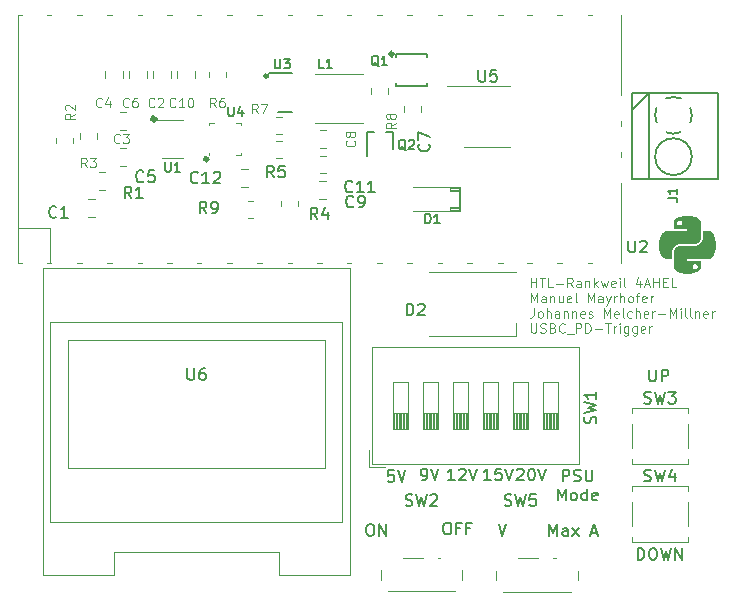
<source format=gto>
G04 #@! TF.GenerationSoftware,KiCad,Pcbnew,7.0.7-7.0.7~ubuntu22.04.1*
G04 #@! TF.CreationDate,2023-10-12T01:04:17+02:00*
G04 #@! TF.ProjectId,PD_Micro,50445f4d-6963-4726-9f2e-6b696361645f,rev?*
G04 #@! TF.SameCoordinates,PX7ce2370PY67d8790*
G04 #@! TF.FileFunction,Legend,Top*
G04 #@! TF.FilePolarity,Positive*
%FSLAX46Y46*%
G04 Gerber Fmt 4.6, Leading zero omitted, Abs format (unit mm)*
G04 Created by KiCad (PCBNEW 7.0.7-7.0.7~ubuntu22.04.1) date 2023-10-12 01:04:17*
%MOMM*%
%LPD*%
G01*
G04 APERTURE LIST*
%ADD10C,0.150000*%
%ADD11C,0.100000*%
%ADD12C,0.120000*%
%ADD13C,0.400000*%
%ADD14C,0.300000*%
%ADD15C,0.200000*%
G04 APERTURE END LIST*
D10*
X85613952Y-21282819D02*
X85042524Y-21282819D01*
X85328238Y-21282819D02*
X85328238Y-20282819D01*
X85328238Y-20282819D02*
X85233000Y-20425676D01*
X85233000Y-20425676D02*
X85137762Y-20520914D01*
X85137762Y-20520914D02*
X85042524Y-20568533D01*
X86518714Y-20282819D02*
X86042524Y-20282819D01*
X86042524Y-20282819D02*
X85994905Y-20759009D01*
X85994905Y-20759009D02*
X86042524Y-20711390D01*
X86042524Y-20711390D02*
X86137762Y-20663771D01*
X86137762Y-20663771D02*
X86375857Y-20663771D01*
X86375857Y-20663771D02*
X86471095Y-20711390D01*
X86471095Y-20711390D02*
X86518714Y-20759009D01*
X86518714Y-20759009D02*
X86566333Y-20854247D01*
X86566333Y-20854247D02*
X86566333Y-21092342D01*
X86566333Y-21092342D02*
X86518714Y-21187580D01*
X86518714Y-21187580D02*
X86471095Y-21235200D01*
X86471095Y-21235200D02*
X86375857Y-21282819D01*
X86375857Y-21282819D02*
X86137762Y-21282819D01*
X86137762Y-21282819D02*
X86042524Y-21235200D01*
X86042524Y-21235200D02*
X85994905Y-21187580D01*
X86852048Y-20282819D02*
X87185381Y-21282819D01*
X87185381Y-21282819D02*
X87518714Y-20282819D01*
X99036286Y-11900819D02*
X99036286Y-12710342D01*
X99036286Y-12710342D02*
X99083905Y-12805580D01*
X99083905Y-12805580D02*
X99131524Y-12853200D01*
X99131524Y-12853200D02*
X99226762Y-12900819D01*
X99226762Y-12900819D02*
X99417238Y-12900819D01*
X99417238Y-12900819D02*
X99512476Y-12853200D01*
X99512476Y-12853200D02*
X99560095Y-12805580D01*
X99560095Y-12805580D02*
X99607714Y-12710342D01*
X99607714Y-12710342D02*
X99607714Y-11900819D01*
X100083905Y-12900819D02*
X100083905Y-11900819D01*
X100083905Y-11900819D02*
X100464857Y-11900819D01*
X100464857Y-11900819D02*
X100560095Y-11948438D01*
X100560095Y-11948438D02*
X100607714Y-11996057D01*
X100607714Y-11996057D02*
X100655333Y-12091295D01*
X100655333Y-12091295D02*
X100655333Y-12234152D01*
X100655333Y-12234152D02*
X100607714Y-12329390D01*
X100607714Y-12329390D02*
X100560095Y-12377009D01*
X100560095Y-12377009D02*
X100464857Y-12424628D01*
X100464857Y-12424628D02*
X100083905Y-12424628D01*
X91702095Y-21366819D02*
X91702095Y-20366819D01*
X91702095Y-20366819D02*
X92083047Y-20366819D01*
X92083047Y-20366819D02*
X92178285Y-20414438D01*
X92178285Y-20414438D02*
X92225904Y-20462057D01*
X92225904Y-20462057D02*
X92273523Y-20557295D01*
X92273523Y-20557295D02*
X92273523Y-20700152D01*
X92273523Y-20700152D02*
X92225904Y-20795390D01*
X92225904Y-20795390D02*
X92178285Y-20843009D01*
X92178285Y-20843009D02*
X92083047Y-20890628D01*
X92083047Y-20890628D02*
X91702095Y-20890628D01*
X92654476Y-21319200D02*
X92797333Y-21366819D01*
X92797333Y-21366819D02*
X93035428Y-21366819D01*
X93035428Y-21366819D02*
X93130666Y-21319200D01*
X93130666Y-21319200D02*
X93178285Y-21271580D01*
X93178285Y-21271580D02*
X93225904Y-21176342D01*
X93225904Y-21176342D02*
X93225904Y-21081104D01*
X93225904Y-21081104D02*
X93178285Y-20985866D01*
X93178285Y-20985866D02*
X93130666Y-20938247D01*
X93130666Y-20938247D02*
X93035428Y-20890628D01*
X93035428Y-20890628D02*
X92844952Y-20843009D01*
X92844952Y-20843009D02*
X92749714Y-20795390D01*
X92749714Y-20795390D02*
X92702095Y-20747771D01*
X92702095Y-20747771D02*
X92654476Y-20652533D01*
X92654476Y-20652533D02*
X92654476Y-20557295D01*
X92654476Y-20557295D02*
X92702095Y-20462057D01*
X92702095Y-20462057D02*
X92749714Y-20414438D01*
X92749714Y-20414438D02*
X92844952Y-20366819D01*
X92844952Y-20366819D02*
X93083047Y-20366819D01*
X93083047Y-20366819D02*
X93225904Y-20414438D01*
X93654476Y-20366819D02*
X93654476Y-21176342D01*
X93654476Y-21176342D02*
X93702095Y-21271580D01*
X93702095Y-21271580D02*
X93749714Y-21319200D01*
X93749714Y-21319200D02*
X93844952Y-21366819D01*
X93844952Y-21366819D02*
X94035428Y-21366819D01*
X94035428Y-21366819D02*
X94130666Y-21319200D01*
X94130666Y-21319200D02*
X94178285Y-21271580D01*
X94178285Y-21271580D02*
X94225904Y-21176342D01*
X94225904Y-21176342D02*
X94225904Y-20366819D01*
X91297333Y-22976819D02*
X91297333Y-21976819D01*
X91297333Y-21976819D02*
X91630666Y-22691104D01*
X91630666Y-22691104D02*
X91963999Y-21976819D01*
X91963999Y-21976819D02*
X91963999Y-22976819D01*
X92583047Y-22976819D02*
X92487809Y-22929200D01*
X92487809Y-22929200D02*
X92440190Y-22881580D01*
X92440190Y-22881580D02*
X92392571Y-22786342D01*
X92392571Y-22786342D02*
X92392571Y-22500628D01*
X92392571Y-22500628D02*
X92440190Y-22405390D01*
X92440190Y-22405390D02*
X92487809Y-22357771D01*
X92487809Y-22357771D02*
X92583047Y-22310152D01*
X92583047Y-22310152D02*
X92725904Y-22310152D01*
X92725904Y-22310152D02*
X92821142Y-22357771D01*
X92821142Y-22357771D02*
X92868761Y-22405390D01*
X92868761Y-22405390D02*
X92916380Y-22500628D01*
X92916380Y-22500628D02*
X92916380Y-22786342D01*
X92916380Y-22786342D02*
X92868761Y-22881580D01*
X92868761Y-22881580D02*
X92821142Y-22929200D01*
X92821142Y-22929200D02*
X92725904Y-22976819D01*
X92725904Y-22976819D02*
X92583047Y-22976819D01*
X93773523Y-22976819D02*
X93773523Y-21976819D01*
X93773523Y-22929200D02*
X93678285Y-22976819D01*
X93678285Y-22976819D02*
X93487809Y-22976819D01*
X93487809Y-22976819D02*
X93392571Y-22929200D01*
X93392571Y-22929200D02*
X93344952Y-22881580D01*
X93344952Y-22881580D02*
X93297333Y-22786342D01*
X93297333Y-22786342D02*
X93297333Y-22500628D01*
X93297333Y-22500628D02*
X93344952Y-22405390D01*
X93344952Y-22405390D02*
X93392571Y-22357771D01*
X93392571Y-22357771D02*
X93487809Y-22310152D01*
X93487809Y-22310152D02*
X93678285Y-22310152D01*
X93678285Y-22310152D02*
X93773523Y-22357771D01*
X94630666Y-22929200D02*
X94535428Y-22976819D01*
X94535428Y-22976819D02*
X94344952Y-22976819D01*
X94344952Y-22976819D02*
X94249714Y-22929200D01*
X94249714Y-22929200D02*
X94202095Y-22833961D01*
X94202095Y-22833961D02*
X94202095Y-22453009D01*
X94202095Y-22453009D02*
X94249714Y-22357771D01*
X94249714Y-22357771D02*
X94344952Y-22310152D01*
X94344952Y-22310152D02*
X94535428Y-22310152D01*
X94535428Y-22310152D02*
X94630666Y-22357771D01*
X94630666Y-22357771D02*
X94678285Y-22453009D01*
X94678285Y-22453009D02*
X94678285Y-22548247D01*
X94678285Y-22548247D02*
X94202095Y-22643485D01*
X82565952Y-21282819D02*
X81994524Y-21282819D01*
X82280238Y-21282819D02*
X82280238Y-20282819D01*
X82280238Y-20282819D02*
X82185000Y-20425676D01*
X82185000Y-20425676D02*
X82089762Y-20520914D01*
X82089762Y-20520914D02*
X81994524Y-20568533D01*
X82946905Y-20378057D02*
X82994524Y-20330438D01*
X82994524Y-20330438D02*
X83089762Y-20282819D01*
X83089762Y-20282819D02*
X83327857Y-20282819D01*
X83327857Y-20282819D02*
X83423095Y-20330438D01*
X83423095Y-20330438D02*
X83470714Y-20378057D01*
X83470714Y-20378057D02*
X83518333Y-20473295D01*
X83518333Y-20473295D02*
X83518333Y-20568533D01*
X83518333Y-20568533D02*
X83470714Y-20711390D01*
X83470714Y-20711390D02*
X82899286Y-21282819D01*
X82899286Y-21282819D02*
X83518333Y-21282819D01*
X83804048Y-20282819D02*
X84137381Y-21282819D01*
X84137381Y-21282819D02*
X84470714Y-20282819D01*
X79771952Y-21282819D02*
X79962428Y-21282819D01*
X79962428Y-21282819D02*
X80057666Y-21235200D01*
X80057666Y-21235200D02*
X80105285Y-21187580D01*
X80105285Y-21187580D02*
X80200523Y-21044723D01*
X80200523Y-21044723D02*
X80248142Y-20854247D01*
X80248142Y-20854247D02*
X80248142Y-20473295D01*
X80248142Y-20473295D02*
X80200523Y-20378057D01*
X80200523Y-20378057D02*
X80152904Y-20330438D01*
X80152904Y-20330438D02*
X80057666Y-20282819D01*
X80057666Y-20282819D02*
X79867190Y-20282819D01*
X79867190Y-20282819D02*
X79771952Y-20330438D01*
X79771952Y-20330438D02*
X79724333Y-20378057D01*
X79724333Y-20378057D02*
X79676714Y-20473295D01*
X79676714Y-20473295D02*
X79676714Y-20711390D01*
X79676714Y-20711390D02*
X79724333Y-20806628D01*
X79724333Y-20806628D02*
X79771952Y-20854247D01*
X79771952Y-20854247D02*
X79867190Y-20901866D01*
X79867190Y-20901866D02*
X80057666Y-20901866D01*
X80057666Y-20901866D02*
X80152904Y-20854247D01*
X80152904Y-20854247D02*
X80200523Y-20806628D01*
X80200523Y-20806628D02*
X80248142Y-20711390D01*
X80533857Y-20282819D02*
X80867190Y-21282819D01*
X80867190Y-21282819D02*
X81200523Y-20282819D01*
X77406523Y-20409819D02*
X76930333Y-20409819D01*
X76930333Y-20409819D02*
X76882714Y-20886009D01*
X76882714Y-20886009D02*
X76930333Y-20838390D01*
X76930333Y-20838390D02*
X77025571Y-20790771D01*
X77025571Y-20790771D02*
X77263666Y-20790771D01*
X77263666Y-20790771D02*
X77358904Y-20838390D01*
X77358904Y-20838390D02*
X77406523Y-20886009D01*
X77406523Y-20886009D02*
X77454142Y-20981247D01*
X77454142Y-20981247D02*
X77454142Y-21219342D01*
X77454142Y-21219342D02*
X77406523Y-21314580D01*
X77406523Y-21314580D02*
X77358904Y-21362200D01*
X77358904Y-21362200D02*
X77263666Y-21409819D01*
X77263666Y-21409819D02*
X77025571Y-21409819D01*
X77025571Y-21409819D02*
X76930333Y-21362200D01*
X76930333Y-21362200D02*
X76882714Y-21314580D01*
X77739857Y-20409819D02*
X78073190Y-21409819D01*
X78073190Y-21409819D02*
X78406523Y-20409819D01*
X87836524Y-20378057D02*
X87884143Y-20330438D01*
X87884143Y-20330438D02*
X87979381Y-20282819D01*
X87979381Y-20282819D02*
X88217476Y-20282819D01*
X88217476Y-20282819D02*
X88312714Y-20330438D01*
X88312714Y-20330438D02*
X88360333Y-20378057D01*
X88360333Y-20378057D02*
X88407952Y-20473295D01*
X88407952Y-20473295D02*
X88407952Y-20568533D01*
X88407952Y-20568533D02*
X88360333Y-20711390D01*
X88360333Y-20711390D02*
X87788905Y-21282819D01*
X87788905Y-21282819D02*
X88407952Y-21282819D01*
X89027000Y-20282819D02*
X89122238Y-20282819D01*
X89122238Y-20282819D02*
X89217476Y-20330438D01*
X89217476Y-20330438D02*
X89265095Y-20378057D01*
X89265095Y-20378057D02*
X89312714Y-20473295D01*
X89312714Y-20473295D02*
X89360333Y-20663771D01*
X89360333Y-20663771D02*
X89360333Y-20901866D01*
X89360333Y-20901866D02*
X89312714Y-21092342D01*
X89312714Y-21092342D02*
X89265095Y-21187580D01*
X89265095Y-21187580D02*
X89217476Y-21235200D01*
X89217476Y-21235200D02*
X89122238Y-21282819D01*
X89122238Y-21282819D02*
X89027000Y-21282819D01*
X89027000Y-21282819D02*
X88931762Y-21235200D01*
X88931762Y-21235200D02*
X88884143Y-21187580D01*
X88884143Y-21187580D02*
X88836524Y-21092342D01*
X88836524Y-21092342D02*
X88788905Y-20901866D01*
X88788905Y-20901866D02*
X88788905Y-20663771D01*
X88788905Y-20663771D02*
X88836524Y-20473295D01*
X88836524Y-20473295D02*
X88884143Y-20378057D01*
X88884143Y-20378057D02*
X88931762Y-20330438D01*
X88931762Y-20330438D02*
X89027000Y-20282819D01*
X89646048Y-20282819D02*
X89979381Y-21282819D01*
X89979381Y-21282819D02*
X90312714Y-20282819D01*
X98068048Y-28013819D02*
X98068048Y-27013819D01*
X98068048Y-27013819D02*
X98306143Y-27013819D01*
X98306143Y-27013819D02*
X98449000Y-27061438D01*
X98449000Y-27061438D02*
X98544238Y-27156676D01*
X98544238Y-27156676D02*
X98591857Y-27251914D01*
X98591857Y-27251914D02*
X98639476Y-27442390D01*
X98639476Y-27442390D02*
X98639476Y-27585247D01*
X98639476Y-27585247D02*
X98591857Y-27775723D01*
X98591857Y-27775723D02*
X98544238Y-27870961D01*
X98544238Y-27870961D02*
X98449000Y-27966200D01*
X98449000Y-27966200D02*
X98306143Y-28013819D01*
X98306143Y-28013819D02*
X98068048Y-28013819D01*
X99258524Y-27013819D02*
X99449000Y-27013819D01*
X99449000Y-27013819D02*
X99544238Y-27061438D01*
X99544238Y-27061438D02*
X99639476Y-27156676D01*
X99639476Y-27156676D02*
X99687095Y-27347152D01*
X99687095Y-27347152D02*
X99687095Y-27680485D01*
X99687095Y-27680485D02*
X99639476Y-27870961D01*
X99639476Y-27870961D02*
X99544238Y-27966200D01*
X99544238Y-27966200D02*
X99449000Y-28013819D01*
X99449000Y-28013819D02*
X99258524Y-28013819D01*
X99258524Y-28013819D02*
X99163286Y-27966200D01*
X99163286Y-27966200D02*
X99068048Y-27870961D01*
X99068048Y-27870961D02*
X99020429Y-27680485D01*
X99020429Y-27680485D02*
X99020429Y-27347152D01*
X99020429Y-27347152D02*
X99068048Y-27156676D01*
X99068048Y-27156676D02*
X99163286Y-27061438D01*
X99163286Y-27061438D02*
X99258524Y-27013819D01*
X100020429Y-27013819D02*
X100258524Y-28013819D01*
X100258524Y-28013819D02*
X100449000Y-27299533D01*
X100449000Y-27299533D02*
X100639476Y-28013819D01*
X100639476Y-28013819D02*
X100877572Y-27013819D01*
X101258524Y-28013819D02*
X101258524Y-27013819D01*
X101258524Y-27013819D02*
X101829952Y-28013819D01*
X101829952Y-28013819D02*
X101829952Y-27013819D01*
X81851619Y-24854819D02*
X82042095Y-24854819D01*
X82042095Y-24854819D02*
X82137333Y-24902438D01*
X82137333Y-24902438D02*
X82232571Y-24997676D01*
X82232571Y-24997676D02*
X82280190Y-25188152D01*
X82280190Y-25188152D02*
X82280190Y-25521485D01*
X82280190Y-25521485D02*
X82232571Y-25711961D01*
X82232571Y-25711961D02*
X82137333Y-25807200D01*
X82137333Y-25807200D02*
X82042095Y-25854819D01*
X82042095Y-25854819D02*
X81851619Y-25854819D01*
X81851619Y-25854819D02*
X81756381Y-25807200D01*
X81756381Y-25807200D02*
X81661143Y-25711961D01*
X81661143Y-25711961D02*
X81613524Y-25521485D01*
X81613524Y-25521485D02*
X81613524Y-25188152D01*
X81613524Y-25188152D02*
X81661143Y-24997676D01*
X81661143Y-24997676D02*
X81756381Y-24902438D01*
X81756381Y-24902438D02*
X81851619Y-24854819D01*
X83042095Y-25331009D02*
X82708762Y-25331009D01*
X82708762Y-25854819D02*
X82708762Y-24854819D01*
X82708762Y-24854819D02*
X83184952Y-24854819D01*
X83899238Y-25331009D02*
X83565905Y-25331009D01*
X83565905Y-25854819D02*
X83565905Y-24854819D01*
X83565905Y-24854819D02*
X84042095Y-24854819D01*
X86280667Y-24981819D02*
X86614000Y-25981819D01*
X86614000Y-25981819D02*
X86947333Y-24981819D01*
X90583000Y-25981819D02*
X90583000Y-24981819D01*
X90583000Y-24981819D02*
X90916333Y-25696104D01*
X90916333Y-25696104D02*
X91249666Y-24981819D01*
X91249666Y-24981819D02*
X91249666Y-25981819D01*
X92154428Y-25981819D02*
X92154428Y-25458009D01*
X92154428Y-25458009D02*
X92106809Y-25362771D01*
X92106809Y-25362771D02*
X92011571Y-25315152D01*
X92011571Y-25315152D02*
X91821095Y-25315152D01*
X91821095Y-25315152D02*
X91725857Y-25362771D01*
X92154428Y-25934200D02*
X92059190Y-25981819D01*
X92059190Y-25981819D02*
X91821095Y-25981819D01*
X91821095Y-25981819D02*
X91725857Y-25934200D01*
X91725857Y-25934200D02*
X91678238Y-25838961D01*
X91678238Y-25838961D02*
X91678238Y-25743723D01*
X91678238Y-25743723D02*
X91725857Y-25648485D01*
X91725857Y-25648485D02*
X91821095Y-25600866D01*
X91821095Y-25600866D02*
X92059190Y-25600866D01*
X92059190Y-25600866D02*
X92154428Y-25553247D01*
X92535381Y-25981819D02*
X93059190Y-25315152D01*
X92535381Y-25315152D02*
X93059190Y-25981819D01*
X94154429Y-25696104D02*
X94630619Y-25696104D01*
X94059191Y-25981819D02*
X94392524Y-24981819D01*
X94392524Y-24981819D02*
X94725857Y-25981819D01*
D11*
X89029265Y-4922895D02*
X89029265Y-4122895D01*
X89029265Y-4503847D02*
X89486408Y-4503847D01*
X89486408Y-4922895D02*
X89486408Y-4122895D01*
X89753074Y-4122895D02*
X90210217Y-4122895D01*
X89981645Y-4922895D02*
X89981645Y-4122895D01*
X90857836Y-4922895D02*
X90476884Y-4922895D01*
X90476884Y-4922895D02*
X90476884Y-4122895D01*
X91124503Y-4618133D02*
X91734027Y-4618133D01*
X92572122Y-4922895D02*
X92305455Y-4541942D01*
X92114979Y-4922895D02*
X92114979Y-4122895D01*
X92114979Y-4122895D02*
X92419741Y-4122895D01*
X92419741Y-4122895D02*
X92495931Y-4160990D01*
X92495931Y-4160990D02*
X92534026Y-4199085D01*
X92534026Y-4199085D02*
X92572122Y-4275276D01*
X92572122Y-4275276D02*
X92572122Y-4389561D01*
X92572122Y-4389561D02*
X92534026Y-4465752D01*
X92534026Y-4465752D02*
X92495931Y-4503847D01*
X92495931Y-4503847D02*
X92419741Y-4541942D01*
X92419741Y-4541942D02*
X92114979Y-4541942D01*
X93257836Y-4922895D02*
X93257836Y-4503847D01*
X93257836Y-4503847D02*
X93219741Y-4427657D01*
X93219741Y-4427657D02*
X93143550Y-4389561D01*
X93143550Y-4389561D02*
X92991169Y-4389561D01*
X92991169Y-4389561D02*
X92914979Y-4427657D01*
X93257836Y-4884800D02*
X93181645Y-4922895D01*
X93181645Y-4922895D02*
X92991169Y-4922895D01*
X92991169Y-4922895D02*
X92914979Y-4884800D01*
X92914979Y-4884800D02*
X92876883Y-4808609D01*
X92876883Y-4808609D02*
X92876883Y-4732419D01*
X92876883Y-4732419D02*
X92914979Y-4656228D01*
X92914979Y-4656228D02*
X92991169Y-4618133D01*
X92991169Y-4618133D02*
X93181645Y-4618133D01*
X93181645Y-4618133D02*
X93257836Y-4580038D01*
X93638789Y-4389561D02*
X93638789Y-4922895D01*
X93638789Y-4465752D02*
X93676884Y-4427657D01*
X93676884Y-4427657D02*
X93753074Y-4389561D01*
X93753074Y-4389561D02*
X93867360Y-4389561D01*
X93867360Y-4389561D02*
X93943551Y-4427657D01*
X93943551Y-4427657D02*
X93981646Y-4503847D01*
X93981646Y-4503847D02*
X93981646Y-4922895D01*
X94362599Y-4922895D02*
X94362599Y-4122895D01*
X94438789Y-4618133D02*
X94667361Y-4922895D01*
X94667361Y-4389561D02*
X94362599Y-4694323D01*
X94934027Y-4389561D02*
X95086408Y-4922895D01*
X95086408Y-4922895D02*
X95238789Y-4541942D01*
X95238789Y-4541942D02*
X95391170Y-4922895D01*
X95391170Y-4922895D02*
X95543551Y-4389561D01*
X96153075Y-4884800D02*
X96076884Y-4922895D01*
X96076884Y-4922895D02*
X95924503Y-4922895D01*
X95924503Y-4922895D02*
X95848313Y-4884800D01*
X95848313Y-4884800D02*
X95810217Y-4808609D01*
X95810217Y-4808609D02*
X95810217Y-4503847D01*
X95810217Y-4503847D02*
X95848313Y-4427657D01*
X95848313Y-4427657D02*
X95924503Y-4389561D01*
X95924503Y-4389561D02*
X96076884Y-4389561D01*
X96076884Y-4389561D02*
X96153075Y-4427657D01*
X96153075Y-4427657D02*
X96191170Y-4503847D01*
X96191170Y-4503847D02*
X96191170Y-4580038D01*
X96191170Y-4580038D02*
X95810217Y-4656228D01*
X96534027Y-4922895D02*
X96534027Y-4389561D01*
X96534027Y-4122895D02*
X96495931Y-4160990D01*
X96495931Y-4160990D02*
X96534027Y-4199085D01*
X96534027Y-4199085D02*
X96572122Y-4160990D01*
X96572122Y-4160990D02*
X96534027Y-4122895D01*
X96534027Y-4122895D02*
X96534027Y-4199085D01*
X97029264Y-4922895D02*
X96953074Y-4884800D01*
X96953074Y-4884800D02*
X96914979Y-4808609D01*
X96914979Y-4808609D02*
X96914979Y-4122895D01*
X98286408Y-4389561D02*
X98286408Y-4922895D01*
X98095932Y-4084800D02*
X97905455Y-4656228D01*
X97905455Y-4656228D02*
X98400694Y-4656228D01*
X98667360Y-4694323D02*
X99048313Y-4694323D01*
X98591170Y-4922895D02*
X98857837Y-4122895D01*
X98857837Y-4122895D02*
X99124503Y-4922895D01*
X99391170Y-4922895D02*
X99391170Y-4122895D01*
X99391170Y-4503847D02*
X99848313Y-4503847D01*
X99848313Y-4922895D02*
X99848313Y-4122895D01*
X100229265Y-4503847D02*
X100495931Y-4503847D01*
X100610217Y-4922895D02*
X100229265Y-4922895D01*
X100229265Y-4922895D02*
X100229265Y-4122895D01*
X100229265Y-4122895D02*
X100610217Y-4122895D01*
X101334027Y-4922895D02*
X100953075Y-4922895D01*
X100953075Y-4922895D02*
X100953075Y-4122895D01*
X89029265Y-6210895D02*
X89029265Y-5410895D01*
X89029265Y-5410895D02*
X89295931Y-5982323D01*
X89295931Y-5982323D02*
X89562598Y-5410895D01*
X89562598Y-5410895D02*
X89562598Y-6210895D01*
X90286408Y-6210895D02*
X90286408Y-5791847D01*
X90286408Y-5791847D02*
X90248313Y-5715657D01*
X90248313Y-5715657D02*
X90172122Y-5677561D01*
X90172122Y-5677561D02*
X90019741Y-5677561D01*
X90019741Y-5677561D02*
X89943551Y-5715657D01*
X90286408Y-6172800D02*
X90210217Y-6210895D01*
X90210217Y-6210895D02*
X90019741Y-6210895D01*
X90019741Y-6210895D02*
X89943551Y-6172800D01*
X89943551Y-6172800D02*
X89905455Y-6096609D01*
X89905455Y-6096609D02*
X89905455Y-6020419D01*
X89905455Y-6020419D02*
X89943551Y-5944228D01*
X89943551Y-5944228D02*
X90019741Y-5906133D01*
X90019741Y-5906133D02*
X90210217Y-5906133D01*
X90210217Y-5906133D02*
X90286408Y-5868038D01*
X90667361Y-5677561D02*
X90667361Y-6210895D01*
X90667361Y-5753752D02*
X90705456Y-5715657D01*
X90705456Y-5715657D02*
X90781646Y-5677561D01*
X90781646Y-5677561D02*
X90895932Y-5677561D01*
X90895932Y-5677561D02*
X90972123Y-5715657D01*
X90972123Y-5715657D02*
X91010218Y-5791847D01*
X91010218Y-5791847D02*
X91010218Y-6210895D01*
X91734028Y-5677561D02*
X91734028Y-6210895D01*
X91391171Y-5677561D02*
X91391171Y-6096609D01*
X91391171Y-6096609D02*
X91429266Y-6172800D01*
X91429266Y-6172800D02*
X91505456Y-6210895D01*
X91505456Y-6210895D02*
X91619742Y-6210895D01*
X91619742Y-6210895D02*
X91695933Y-6172800D01*
X91695933Y-6172800D02*
X91734028Y-6134704D01*
X92419743Y-6172800D02*
X92343552Y-6210895D01*
X92343552Y-6210895D02*
X92191171Y-6210895D01*
X92191171Y-6210895D02*
X92114981Y-6172800D01*
X92114981Y-6172800D02*
X92076885Y-6096609D01*
X92076885Y-6096609D02*
X92076885Y-5791847D01*
X92076885Y-5791847D02*
X92114981Y-5715657D01*
X92114981Y-5715657D02*
X92191171Y-5677561D01*
X92191171Y-5677561D02*
X92343552Y-5677561D01*
X92343552Y-5677561D02*
X92419743Y-5715657D01*
X92419743Y-5715657D02*
X92457838Y-5791847D01*
X92457838Y-5791847D02*
X92457838Y-5868038D01*
X92457838Y-5868038D02*
X92076885Y-5944228D01*
X92914980Y-6210895D02*
X92838790Y-6172800D01*
X92838790Y-6172800D02*
X92800695Y-6096609D01*
X92800695Y-6096609D02*
X92800695Y-5410895D01*
X93829267Y-6210895D02*
X93829267Y-5410895D01*
X93829267Y-5410895D02*
X94095933Y-5982323D01*
X94095933Y-5982323D02*
X94362600Y-5410895D01*
X94362600Y-5410895D02*
X94362600Y-6210895D01*
X95086410Y-6210895D02*
X95086410Y-5791847D01*
X95086410Y-5791847D02*
X95048315Y-5715657D01*
X95048315Y-5715657D02*
X94972124Y-5677561D01*
X94972124Y-5677561D02*
X94819743Y-5677561D01*
X94819743Y-5677561D02*
X94743553Y-5715657D01*
X95086410Y-6172800D02*
X95010219Y-6210895D01*
X95010219Y-6210895D02*
X94819743Y-6210895D01*
X94819743Y-6210895D02*
X94743553Y-6172800D01*
X94743553Y-6172800D02*
X94705457Y-6096609D01*
X94705457Y-6096609D02*
X94705457Y-6020419D01*
X94705457Y-6020419D02*
X94743553Y-5944228D01*
X94743553Y-5944228D02*
X94819743Y-5906133D01*
X94819743Y-5906133D02*
X95010219Y-5906133D01*
X95010219Y-5906133D02*
X95086410Y-5868038D01*
X95391172Y-5677561D02*
X95581648Y-6210895D01*
X95772125Y-5677561D02*
X95581648Y-6210895D01*
X95581648Y-6210895D02*
X95505458Y-6401371D01*
X95505458Y-6401371D02*
X95467363Y-6439466D01*
X95467363Y-6439466D02*
X95391172Y-6477561D01*
X96076887Y-6210895D02*
X96076887Y-5677561D01*
X96076887Y-5829942D02*
X96114982Y-5753752D01*
X96114982Y-5753752D02*
X96153077Y-5715657D01*
X96153077Y-5715657D02*
X96229268Y-5677561D01*
X96229268Y-5677561D02*
X96305458Y-5677561D01*
X96572125Y-6210895D02*
X96572125Y-5410895D01*
X96914982Y-6210895D02*
X96914982Y-5791847D01*
X96914982Y-5791847D02*
X96876887Y-5715657D01*
X96876887Y-5715657D02*
X96800696Y-5677561D01*
X96800696Y-5677561D02*
X96686410Y-5677561D01*
X96686410Y-5677561D02*
X96610220Y-5715657D01*
X96610220Y-5715657D02*
X96572125Y-5753752D01*
X97410220Y-6210895D02*
X97334030Y-6172800D01*
X97334030Y-6172800D02*
X97295935Y-6134704D01*
X97295935Y-6134704D02*
X97257839Y-6058514D01*
X97257839Y-6058514D02*
X97257839Y-5829942D01*
X97257839Y-5829942D02*
X97295935Y-5753752D01*
X97295935Y-5753752D02*
X97334030Y-5715657D01*
X97334030Y-5715657D02*
X97410220Y-5677561D01*
X97410220Y-5677561D02*
X97524506Y-5677561D01*
X97524506Y-5677561D02*
X97600697Y-5715657D01*
X97600697Y-5715657D02*
X97638792Y-5753752D01*
X97638792Y-5753752D02*
X97676887Y-5829942D01*
X97676887Y-5829942D02*
X97676887Y-6058514D01*
X97676887Y-6058514D02*
X97638792Y-6134704D01*
X97638792Y-6134704D02*
X97600697Y-6172800D01*
X97600697Y-6172800D02*
X97524506Y-6210895D01*
X97524506Y-6210895D02*
X97410220Y-6210895D01*
X97905459Y-5677561D02*
X98210221Y-5677561D01*
X98019745Y-6210895D02*
X98019745Y-5525180D01*
X98019745Y-5525180D02*
X98057840Y-5448990D01*
X98057840Y-5448990D02*
X98134030Y-5410895D01*
X98134030Y-5410895D02*
X98210221Y-5410895D01*
X98781650Y-6172800D02*
X98705459Y-6210895D01*
X98705459Y-6210895D02*
X98553078Y-6210895D01*
X98553078Y-6210895D02*
X98476888Y-6172800D01*
X98476888Y-6172800D02*
X98438792Y-6096609D01*
X98438792Y-6096609D02*
X98438792Y-5791847D01*
X98438792Y-5791847D02*
X98476888Y-5715657D01*
X98476888Y-5715657D02*
X98553078Y-5677561D01*
X98553078Y-5677561D02*
X98705459Y-5677561D01*
X98705459Y-5677561D02*
X98781650Y-5715657D01*
X98781650Y-5715657D02*
X98819745Y-5791847D01*
X98819745Y-5791847D02*
X98819745Y-5868038D01*
X98819745Y-5868038D02*
X98438792Y-5944228D01*
X99162602Y-6210895D02*
X99162602Y-5677561D01*
X99162602Y-5829942D02*
X99200697Y-5753752D01*
X99200697Y-5753752D02*
X99238792Y-5715657D01*
X99238792Y-5715657D02*
X99314983Y-5677561D01*
X99314983Y-5677561D02*
X99391173Y-5677561D01*
X89257836Y-6698895D02*
X89257836Y-7270323D01*
X89257836Y-7270323D02*
X89219741Y-7384609D01*
X89219741Y-7384609D02*
X89143550Y-7460800D01*
X89143550Y-7460800D02*
X89029265Y-7498895D01*
X89029265Y-7498895D02*
X88953074Y-7498895D01*
X89753074Y-7498895D02*
X89676884Y-7460800D01*
X89676884Y-7460800D02*
X89638789Y-7422704D01*
X89638789Y-7422704D02*
X89600693Y-7346514D01*
X89600693Y-7346514D02*
X89600693Y-7117942D01*
X89600693Y-7117942D02*
X89638789Y-7041752D01*
X89638789Y-7041752D02*
X89676884Y-7003657D01*
X89676884Y-7003657D02*
X89753074Y-6965561D01*
X89753074Y-6965561D02*
X89867360Y-6965561D01*
X89867360Y-6965561D02*
X89943551Y-7003657D01*
X89943551Y-7003657D02*
X89981646Y-7041752D01*
X89981646Y-7041752D02*
X90019741Y-7117942D01*
X90019741Y-7117942D02*
X90019741Y-7346514D01*
X90019741Y-7346514D02*
X89981646Y-7422704D01*
X89981646Y-7422704D02*
X89943551Y-7460800D01*
X89943551Y-7460800D02*
X89867360Y-7498895D01*
X89867360Y-7498895D02*
X89753074Y-7498895D01*
X90362599Y-7498895D02*
X90362599Y-6698895D01*
X90705456Y-7498895D02*
X90705456Y-7079847D01*
X90705456Y-7079847D02*
X90667361Y-7003657D01*
X90667361Y-7003657D02*
X90591170Y-6965561D01*
X90591170Y-6965561D02*
X90476884Y-6965561D01*
X90476884Y-6965561D02*
X90400694Y-7003657D01*
X90400694Y-7003657D02*
X90362599Y-7041752D01*
X91429266Y-7498895D02*
X91429266Y-7079847D01*
X91429266Y-7079847D02*
X91391171Y-7003657D01*
X91391171Y-7003657D02*
X91314980Y-6965561D01*
X91314980Y-6965561D02*
X91162599Y-6965561D01*
X91162599Y-6965561D02*
X91086409Y-7003657D01*
X91429266Y-7460800D02*
X91353075Y-7498895D01*
X91353075Y-7498895D02*
X91162599Y-7498895D01*
X91162599Y-7498895D02*
X91086409Y-7460800D01*
X91086409Y-7460800D02*
X91048313Y-7384609D01*
X91048313Y-7384609D02*
X91048313Y-7308419D01*
X91048313Y-7308419D02*
X91086409Y-7232228D01*
X91086409Y-7232228D02*
X91162599Y-7194133D01*
X91162599Y-7194133D02*
X91353075Y-7194133D01*
X91353075Y-7194133D02*
X91429266Y-7156038D01*
X91810219Y-6965561D02*
X91810219Y-7498895D01*
X91810219Y-7041752D02*
X91848314Y-7003657D01*
X91848314Y-7003657D02*
X91924504Y-6965561D01*
X91924504Y-6965561D02*
X92038790Y-6965561D01*
X92038790Y-6965561D02*
X92114981Y-7003657D01*
X92114981Y-7003657D02*
X92153076Y-7079847D01*
X92153076Y-7079847D02*
X92153076Y-7498895D01*
X92534029Y-6965561D02*
X92534029Y-7498895D01*
X92534029Y-7041752D02*
X92572124Y-7003657D01*
X92572124Y-7003657D02*
X92648314Y-6965561D01*
X92648314Y-6965561D02*
X92762600Y-6965561D01*
X92762600Y-6965561D02*
X92838791Y-7003657D01*
X92838791Y-7003657D02*
X92876886Y-7079847D01*
X92876886Y-7079847D02*
X92876886Y-7498895D01*
X93562601Y-7460800D02*
X93486410Y-7498895D01*
X93486410Y-7498895D02*
X93334029Y-7498895D01*
X93334029Y-7498895D02*
X93257839Y-7460800D01*
X93257839Y-7460800D02*
X93219743Y-7384609D01*
X93219743Y-7384609D02*
X93219743Y-7079847D01*
X93219743Y-7079847D02*
X93257839Y-7003657D01*
X93257839Y-7003657D02*
X93334029Y-6965561D01*
X93334029Y-6965561D02*
X93486410Y-6965561D01*
X93486410Y-6965561D02*
X93562601Y-7003657D01*
X93562601Y-7003657D02*
X93600696Y-7079847D01*
X93600696Y-7079847D02*
X93600696Y-7156038D01*
X93600696Y-7156038D02*
X93219743Y-7232228D01*
X93905457Y-7460800D02*
X93981648Y-7498895D01*
X93981648Y-7498895D02*
X94134029Y-7498895D01*
X94134029Y-7498895D02*
X94210219Y-7460800D01*
X94210219Y-7460800D02*
X94248315Y-7384609D01*
X94248315Y-7384609D02*
X94248315Y-7346514D01*
X94248315Y-7346514D02*
X94210219Y-7270323D01*
X94210219Y-7270323D02*
X94134029Y-7232228D01*
X94134029Y-7232228D02*
X94019743Y-7232228D01*
X94019743Y-7232228D02*
X93943553Y-7194133D01*
X93943553Y-7194133D02*
X93905457Y-7117942D01*
X93905457Y-7117942D02*
X93905457Y-7079847D01*
X93905457Y-7079847D02*
X93943553Y-7003657D01*
X93943553Y-7003657D02*
X94019743Y-6965561D01*
X94019743Y-6965561D02*
X94134029Y-6965561D01*
X94134029Y-6965561D02*
X94210219Y-7003657D01*
X95200696Y-7498895D02*
X95200696Y-6698895D01*
X95200696Y-6698895D02*
X95467362Y-7270323D01*
X95467362Y-7270323D02*
X95734029Y-6698895D01*
X95734029Y-6698895D02*
X95734029Y-7498895D01*
X96419744Y-7460800D02*
X96343553Y-7498895D01*
X96343553Y-7498895D02*
X96191172Y-7498895D01*
X96191172Y-7498895D02*
X96114982Y-7460800D01*
X96114982Y-7460800D02*
X96076886Y-7384609D01*
X96076886Y-7384609D02*
X96076886Y-7079847D01*
X96076886Y-7079847D02*
X96114982Y-7003657D01*
X96114982Y-7003657D02*
X96191172Y-6965561D01*
X96191172Y-6965561D02*
X96343553Y-6965561D01*
X96343553Y-6965561D02*
X96419744Y-7003657D01*
X96419744Y-7003657D02*
X96457839Y-7079847D01*
X96457839Y-7079847D02*
X96457839Y-7156038D01*
X96457839Y-7156038D02*
X96076886Y-7232228D01*
X96914981Y-7498895D02*
X96838791Y-7460800D01*
X96838791Y-7460800D02*
X96800696Y-7384609D01*
X96800696Y-7384609D02*
X96800696Y-6698895D01*
X97562601Y-7460800D02*
X97486410Y-7498895D01*
X97486410Y-7498895D02*
X97334029Y-7498895D01*
X97334029Y-7498895D02*
X97257839Y-7460800D01*
X97257839Y-7460800D02*
X97219744Y-7422704D01*
X97219744Y-7422704D02*
X97181648Y-7346514D01*
X97181648Y-7346514D02*
X97181648Y-7117942D01*
X97181648Y-7117942D02*
X97219744Y-7041752D01*
X97219744Y-7041752D02*
X97257839Y-7003657D01*
X97257839Y-7003657D02*
X97334029Y-6965561D01*
X97334029Y-6965561D02*
X97486410Y-6965561D01*
X97486410Y-6965561D02*
X97562601Y-7003657D01*
X97905458Y-7498895D02*
X97905458Y-6698895D01*
X98248315Y-7498895D02*
X98248315Y-7079847D01*
X98248315Y-7079847D02*
X98210220Y-7003657D01*
X98210220Y-7003657D02*
X98134029Y-6965561D01*
X98134029Y-6965561D02*
X98019743Y-6965561D01*
X98019743Y-6965561D02*
X97943553Y-7003657D01*
X97943553Y-7003657D02*
X97905458Y-7041752D01*
X98934030Y-7460800D02*
X98857839Y-7498895D01*
X98857839Y-7498895D02*
X98705458Y-7498895D01*
X98705458Y-7498895D02*
X98629268Y-7460800D01*
X98629268Y-7460800D02*
X98591172Y-7384609D01*
X98591172Y-7384609D02*
X98591172Y-7079847D01*
X98591172Y-7079847D02*
X98629268Y-7003657D01*
X98629268Y-7003657D02*
X98705458Y-6965561D01*
X98705458Y-6965561D02*
X98857839Y-6965561D01*
X98857839Y-6965561D02*
X98934030Y-7003657D01*
X98934030Y-7003657D02*
X98972125Y-7079847D01*
X98972125Y-7079847D02*
X98972125Y-7156038D01*
X98972125Y-7156038D02*
X98591172Y-7232228D01*
X99314982Y-7498895D02*
X99314982Y-6965561D01*
X99314982Y-7117942D02*
X99353077Y-7041752D01*
X99353077Y-7041752D02*
X99391172Y-7003657D01*
X99391172Y-7003657D02*
X99467363Y-6965561D01*
X99467363Y-6965561D02*
X99543553Y-6965561D01*
X99810220Y-7194133D02*
X100419744Y-7194133D01*
X100800696Y-7498895D02*
X100800696Y-6698895D01*
X100800696Y-6698895D02*
X101067362Y-7270323D01*
X101067362Y-7270323D02*
X101334029Y-6698895D01*
X101334029Y-6698895D02*
X101334029Y-7498895D01*
X101714982Y-7498895D02*
X101714982Y-6965561D01*
X101714982Y-6698895D02*
X101676886Y-6736990D01*
X101676886Y-6736990D02*
X101714982Y-6775085D01*
X101714982Y-6775085D02*
X101753077Y-6736990D01*
X101753077Y-6736990D02*
X101714982Y-6698895D01*
X101714982Y-6698895D02*
X101714982Y-6775085D01*
X102210219Y-7498895D02*
X102134029Y-7460800D01*
X102134029Y-7460800D02*
X102095934Y-7384609D01*
X102095934Y-7384609D02*
X102095934Y-6698895D01*
X102629267Y-7498895D02*
X102553077Y-7460800D01*
X102553077Y-7460800D02*
X102514982Y-7384609D01*
X102514982Y-7384609D02*
X102514982Y-6698895D01*
X102934030Y-6965561D02*
X102934030Y-7498895D01*
X102934030Y-7041752D02*
X102972125Y-7003657D01*
X102972125Y-7003657D02*
X103048315Y-6965561D01*
X103048315Y-6965561D02*
X103162601Y-6965561D01*
X103162601Y-6965561D02*
X103238792Y-7003657D01*
X103238792Y-7003657D02*
X103276887Y-7079847D01*
X103276887Y-7079847D02*
X103276887Y-7498895D01*
X103962602Y-7460800D02*
X103886411Y-7498895D01*
X103886411Y-7498895D02*
X103734030Y-7498895D01*
X103734030Y-7498895D02*
X103657840Y-7460800D01*
X103657840Y-7460800D02*
X103619744Y-7384609D01*
X103619744Y-7384609D02*
X103619744Y-7079847D01*
X103619744Y-7079847D02*
X103657840Y-7003657D01*
X103657840Y-7003657D02*
X103734030Y-6965561D01*
X103734030Y-6965561D02*
X103886411Y-6965561D01*
X103886411Y-6965561D02*
X103962602Y-7003657D01*
X103962602Y-7003657D02*
X104000697Y-7079847D01*
X104000697Y-7079847D02*
X104000697Y-7156038D01*
X104000697Y-7156038D02*
X103619744Y-7232228D01*
X104343554Y-7498895D02*
X104343554Y-6965561D01*
X104343554Y-7117942D02*
X104381649Y-7041752D01*
X104381649Y-7041752D02*
X104419744Y-7003657D01*
X104419744Y-7003657D02*
X104495935Y-6965561D01*
X104495935Y-6965561D02*
X104572125Y-6965561D01*
X89029265Y-7986895D02*
X89029265Y-8634514D01*
X89029265Y-8634514D02*
X89067360Y-8710704D01*
X89067360Y-8710704D02*
X89105455Y-8748800D01*
X89105455Y-8748800D02*
X89181646Y-8786895D01*
X89181646Y-8786895D02*
X89334027Y-8786895D01*
X89334027Y-8786895D02*
X89410217Y-8748800D01*
X89410217Y-8748800D02*
X89448312Y-8710704D01*
X89448312Y-8710704D02*
X89486408Y-8634514D01*
X89486408Y-8634514D02*
X89486408Y-7986895D01*
X89829264Y-8748800D02*
X89943550Y-8786895D01*
X89943550Y-8786895D02*
X90134026Y-8786895D01*
X90134026Y-8786895D02*
X90210217Y-8748800D01*
X90210217Y-8748800D02*
X90248312Y-8710704D01*
X90248312Y-8710704D02*
X90286407Y-8634514D01*
X90286407Y-8634514D02*
X90286407Y-8558323D01*
X90286407Y-8558323D02*
X90248312Y-8482133D01*
X90248312Y-8482133D02*
X90210217Y-8444038D01*
X90210217Y-8444038D02*
X90134026Y-8405942D01*
X90134026Y-8405942D02*
X89981645Y-8367847D01*
X89981645Y-8367847D02*
X89905455Y-8329752D01*
X89905455Y-8329752D02*
X89867360Y-8291657D01*
X89867360Y-8291657D02*
X89829264Y-8215466D01*
X89829264Y-8215466D02*
X89829264Y-8139276D01*
X89829264Y-8139276D02*
X89867360Y-8063085D01*
X89867360Y-8063085D02*
X89905455Y-8024990D01*
X89905455Y-8024990D02*
X89981645Y-7986895D01*
X89981645Y-7986895D02*
X90172122Y-7986895D01*
X90172122Y-7986895D02*
X90286407Y-8024990D01*
X90895931Y-8367847D02*
X91010217Y-8405942D01*
X91010217Y-8405942D02*
X91048312Y-8444038D01*
X91048312Y-8444038D02*
X91086408Y-8520228D01*
X91086408Y-8520228D02*
X91086408Y-8634514D01*
X91086408Y-8634514D02*
X91048312Y-8710704D01*
X91048312Y-8710704D02*
X91010217Y-8748800D01*
X91010217Y-8748800D02*
X90934027Y-8786895D01*
X90934027Y-8786895D02*
X90629265Y-8786895D01*
X90629265Y-8786895D02*
X90629265Y-7986895D01*
X90629265Y-7986895D02*
X90895931Y-7986895D01*
X90895931Y-7986895D02*
X90972122Y-8024990D01*
X90972122Y-8024990D02*
X91010217Y-8063085D01*
X91010217Y-8063085D02*
X91048312Y-8139276D01*
X91048312Y-8139276D02*
X91048312Y-8215466D01*
X91048312Y-8215466D02*
X91010217Y-8291657D01*
X91010217Y-8291657D02*
X90972122Y-8329752D01*
X90972122Y-8329752D02*
X90895931Y-8367847D01*
X90895931Y-8367847D02*
X90629265Y-8367847D01*
X91886408Y-8710704D02*
X91848312Y-8748800D01*
X91848312Y-8748800D02*
X91734027Y-8786895D01*
X91734027Y-8786895D02*
X91657836Y-8786895D01*
X91657836Y-8786895D02*
X91543550Y-8748800D01*
X91543550Y-8748800D02*
X91467360Y-8672609D01*
X91467360Y-8672609D02*
X91429265Y-8596419D01*
X91429265Y-8596419D02*
X91391169Y-8444038D01*
X91391169Y-8444038D02*
X91391169Y-8329752D01*
X91391169Y-8329752D02*
X91429265Y-8177371D01*
X91429265Y-8177371D02*
X91467360Y-8101180D01*
X91467360Y-8101180D02*
X91543550Y-8024990D01*
X91543550Y-8024990D02*
X91657836Y-7986895D01*
X91657836Y-7986895D02*
X91734027Y-7986895D01*
X91734027Y-7986895D02*
X91848312Y-8024990D01*
X91848312Y-8024990D02*
X91886408Y-8063085D01*
X92038789Y-8863085D02*
X92648312Y-8863085D01*
X92838789Y-8786895D02*
X92838789Y-7986895D01*
X92838789Y-7986895D02*
X93143551Y-7986895D01*
X93143551Y-7986895D02*
X93219741Y-8024990D01*
X93219741Y-8024990D02*
X93257836Y-8063085D01*
X93257836Y-8063085D02*
X93295932Y-8139276D01*
X93295932Y-8139276D02*
X93295932Y-8253561D01*
X93295932Y-8253561D02*
X93257836Y-8329752D01*
X93257836Y-8329752D02*
X93219741Y-8367847D01*
X93219741Y-8367847D02*
X93143551Y-8405942D01*
X93143551Y-8405942D02*
X92838789Y-8405942D01*
X93638789Y-8786895D02*
X93638789Y-7986895D01*
X93638789Y-7986895D02*
X93829265Y-7986895D01*
X93829265Y-7986895D02*
X93943551Y-8024990D01*
X93943551Y-8024990D02*
X94019741Y-8101180D01*
X94019741Y-8101180D02*
X94057836Y-8177371D01*
X94057836Y-8177371D02*
X94095932Y-8329752D01*
X94095932Y-8329752D02*
X94095932Y-8444038D01*
X94095932Y-8444038D02*
X94057836Y-8596419D01*
X94057836Y-8596419D02*
X94019741Y-8672609D01*
X94019741Y-8672609D02*
X93943551Y-8748800D01*
X93943551Y-8748800D02*
X93829265Y-8786895D01*
X93829265Y-8786895D02*
X93638789Y-8786895D01*
X94438789Y-8482133D02*
X95048313Y-8482133D01*
X95314979Y-7986895D02*
X95772122Y-7986895D01*
X95543550Y-8786895D02*
X95543550Y-7986895D01*
X96038789Y-8786895D02*
X96038789Y-8253561D01*
X96038789Y-8405942D02*
X96076884Y-8329752D01*
X96076884Y-8329752D02*
X96114979Y-8291657D01*
X96114979Y-8291657D02*
X96191170Y-8253561D01*
X96191170Y-8253561D02*
X96267360Y-8253561D01*
X96534027Y-8786895D02*
X96534027Y-8253561D01*
X96534027Y-7986895D02*
X96495931Y-8024990D01*
X96495931Y-8024990D02*
X96534027Y-8063085D01*
X96534027Y-8063085D02*
X96572122Y-8024990D01*
X96572122Y-8024990D02*
X96534027Y-7986895D01*
X96534027Y-7986895D02*
X96534027Y-8063085D01*
X97257836Y-8253561D02*
X97257836Y-8901180D01*
X97257836Y-8901180D02*
X97219741Y-8977371D01*
X97219741Y-8977371D02*
X97181645Y-9015466D01*
X97181645Y-9015466D02*
X97105455Y-9053561D01*
X97105455Y-9053561D02*
X96991169Y-9053561D01*
X96991169Y-9053561D02*
X96914979Y-9015466D01*
X97257836Y-8748800D02*
X97181645Y-8786895D01*
X97181645Y-8786895D02*
X97029264Y-8786895D01*
X97029264Y-8786895D02*
X96953074Y-8748800D01*
X96953074Y-8748800D02*
X96914979Y-8710704D01*
X96914979Y-8710704D02*
X96876883Y-8634514D01*
X96876883Y-8634514D02*
X96876883Y-8405942D01*
X96876883Y-8405942D02*
X96914979Y-8329752D01*
X96914979Y-8329752D02*
X96953074Y-8291657D01*
X96953074Y-8291657D02*
X97029264Y-8253561D01*
X97029264Y-8253561D02*
X97181645Y-8253561D01*
X97181645Y-8253561D02*
X97257836Y-8291657D01*
X97981646Y-8253561D02*
X97981646Y-8901180D01*
X97981646Y-8901180D02*
X97943551Y-8977371D01*
X97943551Y-8977371D02*
X97905455Y-9015466D01*
X97905455Y-9015466D02*
X97829265Y-9053561D01*
X97829265Y-9053561D02*
X97714979Y-9053561D01*
X97714979Y-9053561D02*
X97638789Y-9015466D01*
X97981646Y-8748800D02*
X97905455Y-8786895D01*
X97905455Y-8786895D02*
X97753074Y-8786895D01*
X97753074Y-8786895D02*
X97676884Y-8748800D01*
X97676884Y-8748800D02*
X97638789Y-8710704D01*
X97638789Y-8710704D02*
X97600693Y-8634514D01*
X97600693Y-8634514D02*
X97600693Y-8405942D01*
X97600693Y-8405942D02*
X97638789Y-8329752D01*
X97638789Y-8329752D02*
X97676884Y-8291657D01*
X97676884Y-8291657D02*
X97753074Y-8253561D01*
X97753074Y-8253561D02*
X97905455Y-8253561D01*
X97905455Y-8253561D02*
X97981646Y-8291657D01*
X98667361Y-8748800D02*
X98591170Y-8786895D01*
X98591170Y-8786895D02*
X98438789Y-8786895D01*
X98438789Y-8786895D02*
X98362599Y-8748800D01*
X98362599Y-8748800D02*
X98324503Y-8672609D01*
X98324503Y-8672609D02*
X98324503Y-8367847D01*
X98324503Y-8367847D02*
X98362599Y-8291657D01*
X98362599Y-8291657D02*
X98438789Y-8253561D01*
X98438789Y-8253561D02*
X98591170Y-8253561D01*
X98591170Y-8253561D02*
X98667361Y-8291657D01*
X98667361Y-8291657D02*
X98705456Y-8367847D01*
X98705456Y-8367847D02*
X98705456Y-8444038D01*
X98705456Y-8444038D02*
X98324503Y-8520228D01*
X99048313Y-8786895D02*
X99048313Y-8253561D01*
X99048313Y-8405942D02*
X99086408Y-8329752D01*
X99086408Y-8329752D02*
X99124503Y-8291657D01*
X99124503Y-8291657D02*
X99200694Y-8253561D01*
X99200694Y-8253561D02*
X99276884Y-8253561D01*
D10*
X75326952Y-24981819D02*
X75517428Y-24981819D01*
X75517428Y-24981819D02*
X75612666Y-25029438D01*
X75612666Y-25029438D02*
X75707904Y-25124676D01*
X75707904Y-25124676D02*
X75755523Y-25315152D01*
X75755523Y-25315152D02*
X75755523Y-25648485D01*
X75755523Y-25648485D02*
X75707904Y-25838961D01*
X75707904Y-25838961D02*
X75612666Y-25934200D01*
X75612666Y-25934200D02*
X75517428Y-25981819D01*
X75517428Y-25981819D02*
X75326952Y-25981819D01*
X75326952Y-25981819D02*
X75231714Y-25934200D01*
X75231714Y-25934200D02*
X75136476Y-25838961D01*
X75136476Y-25838961D02*
X75088857Y-25648485D01*
X75088857Y-25648485D02*
X75088857Y-25315152D01*
X75088857Y-25315152D02*
X75136476Y-25124676D01*
X75136476Y-25124676D02*
X75231714Y-25029438D01*
X75231714Y-25029438D02*
X75326952Y-24981819D01*
X76184095Y-25981819D02*
X76184095Y-24981819D01*
X76184095Y-24981819D02*
X76755523Y-25981819D01*
X76755523Y-25981819D02*
X76755523Y-24981819D01*
X86804667Y-23394200D02*
X86947524Y-23441819D01*
X86947524Y-23441819D02*
X87185619Y-23441819D01*
X87185619Y-23441819D02*
X87280857Y-23394200D01*
X87280857Y-23394200D02*
X87328476Y-23346580D01*
X87328476Y-23346580D02*
X87376095Y-23251342D01*
X87376095Y-23251342D02*
X87376095Y-23156104D01*
X87376095Y-23156104D02*
X87328476Y-23060866D01*
X87328476Y-23060866D02*
X87280857Y-23013247D01*
X87280857Y-23013247D02*
X87185619Y-22965628D01*
X87185619Y-22965628D02*
X86995143Y-22918009D01*
X86995143Y-22918009D02*
X86899905Y-22870390D01*
X86899905Y-22870390D02*
X86852286Y-22822771D01*
X86852286Y-22822771D02*
X86804667Y-22727533D01*
X86804667Y-22727533D02*
X86804667Y-22632295D01*
X86804667Y-22632295D02*
X86852286Y-22537057D01*
X86852286Y-22537057D02*
X86899905Y-22489438D01*
X86899905Y-22489438D02*
X86995143Y-22441819D01*
X86995143Y-22441819D02*
X87233238Y-22441819D01*
X87233238Y-22441819D02*
X87376095Y-22489438D01*
X87709429Y-22441819D02*
X87947524Y-23441819D01*
X87947524Y-23441819D02*
X88138000Y-22727533D01*
X88138000Y-22727533D02*
X88328476Y-23441819D01*
X88328476Y-23441819D02*
X88566572Y-22441819D01*
X89423714Y-22441819D02*
X88947524Y-22441819D01*
X88947524Y-22441819D02*
X88899905Y-22918009D01*
X88899905Y-22918009D02*
X88947524Y-22870390D01*
X88947524Y-22870390D02*
X89042762Y-22822771D01*
X89042762Y-22822771D02*
X89280857Y-22822771D01*
X89280857Y-22822771D02*
X89376095Y-22870390D01*
X89376095Y-22870390D02*
X89423714Y-22918009D01*
X89423714Y-22918009D02*
X89471333Y-23013247D01*
X89471333Y-23013247D02*
X89471333Y-23251342D01*
X89471333Y-23251342D02*
X89423714Y-23346580D01*
X89423714Y-23346580D02*
X89376095Y-23394200D01*
X89376095Y-23394200D02*
X89280857Y-23441819D01*
X89280857Y-23441819D02*
X89042762Y-23441819D01*
X89042762Y-23441819D02*
X88947524Y-23394200D01*
X88947524Y-23394200D02*
X88899905Y-23346580D01*
X78422667Y-23394200D02*
X78565524Y-23441819D01*
X78565524Y-23441819D02*
X78803619Y-23441819D01*
X78803619Y-23441819D02*
X78898857Y-23394200D01*
X78898857Y-23394200D02*
X78946476Y-23346580D01*
X78946476Y-23346580D02*
X78994095Y-23251342D01*
X78994095Y-23251342D02*
X78994095Y-23156104D01*
X78994095Y-23156104D02*
X78946476Y-23060866D01*
X78946476Y-23060866D02*
X78898857Y-23013247D01*
X78898857Y-23013247D02*
X78803619Y-22965628D01*
X78803619Y-22965628D02*
X78613143Y-22918009D01*
X78613143Y-22918009D02*
X78517905Y-22870390D01*
X78517905Y-22870390D02*
X78470286Y-22822771D01*
X78470286Y-22822771D02*
X78422667Y-22727533D01*
X78422667Y-22727533D02*
X78422667Y-22632295D01*
X78422667Y-22632295D02*
X78470286Y-22537057D01*
X78470286Y-22537057D02*
X78517905Y-22489438D01*
X78517905Y-22489438D02*
X78613143Y-22441819D01*
X78613143Y-22441819D02*
X78851238Y-22441819D01*
X78851238Y-22441819D02*
X78994095Y-22489438D01*
X79327429Y-22441819D02*
X79565524Y-23441819D01*
X79565524Y-23441819D02*
X79756000Y-22727533D01*
X79756000Y-22727533D02*
X79946476Y-23441819D01*
X79946476Y-23441819D02*
X80184572Y-22441819D01*
X80517905Y-22537057D02*
X80565524Y-22489438D01*
X80565524Y-22489438D02*
X80660762Y-22441819D01*
X80660762Y-22441819D02*
X80898857Y-22441819D01*
X80898857Y-22441819D02*
X80994095Y-22489438D01*
X80994095Y-22489438D02*
X81041714Y-22537057D01*
X81041714Y-22537057D02*
X81089333Y-22632295D01*
X81089333Y-22632295D02*
X81089333Y-22727533D01*
X81089333Y-22727533D02*
X81041714Y-22870390D01*
X81041714Y-22870390D02*
X80470286Y-23441819D01*
X80470286Y-23441819D02*
X81089333Y-23441819D01*
X71494666Y13607705D02*
X71113714Y13607705D01*
X71113714Y13607705D02*
X71113714Y14407705D01*
X72180380Y13607705D02*
X71723237Y13607705D01*
X71951809Y13607705D02*
X71951809Y14407705D01*
X71951809Y14407705D02*
X71875618Y14293420D01*
X71875618Y14293420D02*
X71799428Y14217229D01*
X71799428Y14217229D02*
X71723237Y14179134D01*
X73906142Y3196420D02*
X73858523Y3148800D01*
X73858523Y3148800D02*
X73715666Y3101181D01*
X73715666Y3101181D02*
X73620428Y3101181D01*
X73620428Y3101181D02*
X73477571Y3148800D01*
X73477571Y3148800D02*
X73382333Y3244039D01*
X73382333Y3244039D02*
X73334714Y3339277D01*
X73334714Y3339277D02*
X73287095Y3529753D01*
X73287095Y3529753D02*
X73287095Y3672610D01*
X73287095Y3672610D02*
X73334714Y3863086D01*
X73334714Y3863086D02*
X73382333Y3958324D01*
X73382333Y3958324D02*
X73477571Y4053562D01*
X73477571Y4053562D02*
X73620428Y4101181D01*
X73620428Y4101181D02*
X73715666Y4101181D01*
X73715666Y4101181D02*
X73858523Y4053562D01*
X73858523Y4053562D02*
X73906142Y4005943D01*
X74858523Y3101181D02*
X74287095Y3101181D01*
X74572809Y3101181D02*
X74572809Y4101181D01*
X74572809Y4101181D02*
X74477571Y3958324D01*
X74477571Y3958324D02*
X74382333Y3863086D01*
X74382333Y3863086D02*
X74287095Y3815467D01*
X75810904Y3101181D02*
X75239476Y3101181D01*
X75525190Y3101181D02*
X75525190Y4101181D01*
X75525190Y4101181D02*
X75429952Y3958324D01*
X75429952Y3958324D02*
X75334714Y3863086D01*
X75334714Y3863086D02*
X75239476Y3815467D01*
X63398476Y10343705D02*
X63398476Y9696086D01*
X63398476Y9696086D02*
X63436571Y9619896D01*
X63436571Y9619896D02*
X63474666Y9581800D01*
X63474666Y9581800D02*
X63550857Y9543705D01*
X63550857Y9543705D02*
X63703238Y9543705D01*
X63703238Y9543705D02*
X63779428Y9581800D01*
X63779428Y9581800D02*
X63817523Y9619896D01*
X63817523Y9619896D02*
X63855619Y9696086D01*
X63855619Y9696086D02*
X63855619Y10343705D01*
X64579428Y10077039D02*
X64579428Y9543705D01*
X64388952Y10381800D02*
X64198475Y9810372D01*
X64198475Y9810372D02*
X64693714Y9810372D01*
D11*
X54222667Y7331296D02*
X54184571Y7293200D01*
X54184571Y7293200D02*
X54070286Y7255105D01*
X54070286Y7255105D02*
X53994095Y7255105D01*
X53994095Y7255105D02*
X53879809Y7293200D01*
X53879809Y7293200D02*
X53803619Y7369391D01*
X53803619Y7369391D02*
X53765524Y7445581D01*
X53765524Y7445581D02*
X53727428Y7597962D01*
X53727428Y7597962D02*
X53727428Y7712248D01*
X53727428Y7712248D02*
X53765524Y7864629D01*
X53765524Y7864629D02*
X53803619Y7940820D01*
X53803619Y7940820D02*
X53879809Y8017010D01*
X53879809Y8017010D02*
X53994095Y8055105D01*
X53994095Y8055105D02*
X54070286Y8055105D01*
X54070286Y8055105D02*
X54184571Y8017010D01*
X54184571Y8017010D02*
X54222667Y7978915D01*
X54489333Y8055105D02*
X54984571Y8055105D01*
X54984571Y8055105D02*
X54717905Y7750343D01*
X54717905Y7750343D02*
X54832190Y7750343D01*
X54832190Y7750343D02*
X54908381Y7712248D01*
X54908381Y7712248D02*
X54946476Y7674153D01*
X54946476Y7674153D02*
X54984571Y7597962D01*
X54984571Y7597962D02*
X54984571Y7407486D01*
X54984571Y7407486D02*
X54946476Y7331296D01*
X54946476Y7331296D02*
X54908381Y7293200D01*
X54908381Y7293200D02*
X54832190Y7255105D01*
X54832190Y7255105D02*
X54603619Y7255105D01*
X54603619Y7255105D02*
X54527428Y7293200D01*
X54527428Y7293200D02*
X54489333Y7331296D01*
D10*
X78509905Y-7312819D02*
X78509905Y-6312819D01*
X78509905Y-6312819D02*
X78748000Y-6312819D01*
X78748000Y-6312819D02*
X78890857Y-6360438D01*
X78890857Y-6360438D02*
X78986095Y-6455676D01*
X78986095Y-6455676D02*
X79033714Y-6550914D01*
X79033714Y-6550914D02*
X79081333Y-6741390D01*
X79081333Y-6741390D02*
X79081333Y-6884247D01*
X79081333Y-6884247D02*
X79033714Y-7074723D01*
X79033714Y-7074723D02*
X78986095Y-7169961D01*
X78986095Y-7169961D02*
X78890857Y-7265200D01*
X78890857Y-7265200D02*
X78748000Y-7312819D01*
X78748000Y-7312819D02*
X78509905Y-7312819D01*
X79462286Y-6408057D02*
X79509905Y-6360438D01*
X79509905Y-6360438D02*
X79605143Y-6312819D01*
X79605143Y-6312819D02*
X79843238Y-6312819D01*
X79843238Y-6312819D02*
X79938476Y-6360438D01*
X79938476Y-6360438D02*
X79986095Y-6408057D01*
X79986095Y-6408057D02*
X80033714Y-6503295D01*
X80033714Y-6503295D02*
X80033714Y-6598533D01*
X80033714Y-6598533D02*
X79986095Y-6741390D01*
X79986095Y-6741390D02*
X79414667Y-7312819D01*
X79414667Y-7312819D02*
X80033714Y-7312819D01*
X80068524Y477705D02*
X80068524Y1277705D01*
X80068524Y1277705D02*
X80259000Y1277705D01*
X80259000Y1277705D02*
X80373286Y1239610D01*
X80373286Y1239610D02*
X80449476Y1163420D01*
X80449476Y1163420D02*
X80487571Y1087229D01*
X80487571Y1087229D02*
X80525667Y934848D01*
X80525667Y934848D02*
X80525667Y820562D01*
X80525667Y820562D02*
X80487571Y668181D01*
X80487571Y668181D02*
X80449476Y591991D01*
X80449476Y591991D02*
X80373286Y515800D01*
X80373286Y515800D02*
X80259000Y477705D01*
X80259000Y477705D02*
X80068524Y477705D01*
X81287571Y477705D02*
X80830428Y477705D01*
X81059000Y477705D02*
X81059000Y1277705D01*
X81059000Y1277705D02*
X80982809Y1163420D01*
X80982809Y1163420D02*
X80906619Y1087229D01*
X80906619Y1087229D02*
X80830428Y1049134D01*
D11*
X52698667Y10379296D02*
X52660571Y10341200D01*
X52660571Y10341200D02*
X52546286Y10303105D01*
X52546286Y10303105D02*
X52470095Y10303105D01*
X52470095Y10303105D02*
X52355809Y10341200D01*
X52355809Y10341200D02*
X52279619Y10417391D01*
X52279619Y10417391D02*
X52241524Y10493581D01*
X52241524Y10493581D02*
X52203428Y10645962D01*
X52203428Y10645962D02*
X52203428Y10760248D01*
X52203428Y10760248D02*
X52241524Y10912629D01*
X52241524Y10912629D02*
X52279619Y10988820D01*
X52279619Y10988820D02*
X52355809Y11065010D01*
X52355809Y11065010D02*
X52470095Y11103105D01*
X52470095Y11103105D02*
X52546286Y11103105D01*
X52546286Y11103105D02*
X52660571Y11065010D01*
X52660571Y11065010D02*
X52698667Y11026915D01*
X53384381Y10836439D02*
X53384381Y10303105D01*
X53193905Y11141200D02*
X53003428Y10569772D01*
X53003428Y10569772D02*
X53498667Y10569772D01*
D10*
X58064476Y5657705D02*
X58064476Y5010086D01*
X58064476Y5010086D02*
X58102571Y4933896D01*
X58102571Y4933896D02*
X58140666Y4895800D01*
X58140666Y4895800D02*
X58216857Y4857705D01*
X58216857Y4857705D02*
X58369238Y4857705D01*
X58369238Y4857705D02*
X58445428Y4895800D01*
X58445428Y4895800D02*
X58483523Y4933896D01*
X58483523Y4933896D02*
X58521619Y5010086D01*
X58521619Y5010086D02*
X58521619Y5657705D01*
X59321618Y4857705D02*
X58864475Y4857705D01*
X59093047Y4857705D02*
X59093047Y5657705D01*
X59093047Y5657705D02*
X59016856Y5543420D01*
X59016856Y5543420D02*
X58940666Y5467229D01*
X58940666Y5467229D02*
X58864475Y5429134D01*
X56221333Y4056420D02*
X56173714Y4008800D01*
X56173714Y4008800D02*
X56030857Y3961181D01*
X56030857Y3961181D02*
X55935619Y3961181D01*
X55935619Y3961181D02*
X55792762Y4008800D01*
X55792762Y4008800D02*
X55697524Y4104039D01*
X55697524Y4104039D02*
X55649905Y4199277D01*
X55649905Y4199277D02*
X55602286Y4389753D01*
X55602286Y4389753D02*
X55602286Y4532610D01*
X55602286Y4532610D02*
X55649905Y4723086D01*
X55649905Y4723086D02*
X55697524Y4818324D01*
X55697524Y4818324D02*
X55792762Y4913562D01*
X55792762Y4913562D02*
X55935619Y4961181D01*
X55935619Y4961181D02*
X56030857Y4961181D01*
X56030857Y4961181D02*
X56173714Y4913562D01*
X56173714Y4913562D02*
X56221333Y4865943D01*
X57126095Y4961181D02*
X56649905Y4961181D01*
X56649905Y4961181D02*
X56602286Y4484991D01*
X56602286Y4484991D02*
X56649905Y4532610D01*
X56649905Y4532610D02*
X56745143Y4580229D01*
X56745143Y4580229D02*
X56983238Y4580229D01*
X56983238Y4580229D02*
X57078476Y4532610D01*
X57078476Y4532610D02*
X57126095Y4484991D01*
X57126095Y4484991D02*
X57173714Y4389753D01*
X57173714Y4389753D02*
X57173714Y4151658D01*
X57173714Y4151658D02*
X57126095Y4056420D01*
X57126095Y4056420D02*
X57078476Y4008800D01*
X57078476Y4008800D02*
X56983238Y3961181D01*
X56983238Y3961181D02*
X56745143Y3961181D01*
X56745143Y3961181D02*
X56649905Y4008800D01*
X56649905Y4008800D02*
X56602286Y4056420D01*
X94514200Y-16446332D02*
X94561819Y-16303475D01*
X94561819Y-16303475D02*
X94561819Y-16065380D01*
X94561819Y-16065380D02*
X94514200Y-15970142D01*
X94514200Y-15970142D02*
X94466580Y-15922523D01*
X94466580Y-15922523D02*
X94371342Y-15874904D01*
X94371342Y-15874904D02*
X94276104Y-15874904D01*
X94276104Y-15874904D02*
X94180866Y-15922523D01*
X94180866Y-15922523D02*
X94133247Y-15970142D01*
X94133247Y-15970142D02*
X94085628Y-16065380D01*
X94085628Y-16065380D02*
X94038009Y-16255856D01*
X94038009Y-16255856D02*
X93990390Y-16351094D01*
X93990390Y-16351094D02*
X93942771Y-16398713D01*
X93942771Y-16398713D02*
X93847533Y-16446332D01*
X93847533Y-16446332D02*
X93752295Y-16446332D01*
X93752295Y-16446332D02*
X93657057Y-16398713D01*
X93657057Y-16398713D02*
X93609438Y-16351094D01*
X93609438Y-16351094D02*
X93561819Y-16255856D01*
X93561819Y-16255856D02*
X93561819Y-16017761D01*
X93561819Y-16017761D02*
X93609438Y-15874904D01*
X93561819Y-15541570D02*
X94561819Y-15303475D01*
X94561819Y-15303475D02*
X93847533Y-15112999D01*
X93847533Y-15112999D02*
X94561819Y-14922523D01*
X94561819Y-14922523D02*
X93561819Y-14684428D01*
X94561819Y-13779666D02*
X94561819Y-14351094D01*
X94561819Y-14065380D02*
X93561819Y-14065380D01*
X93561819Y-14065380D02*
X93704676Y-14160618D01*
X93704676Y-14160618D02*
X93799914Y-14255856D01*
X93799914Y-14255856D02*
X93847533Y-14351094D01*
X60825142Y3958420D02*
X60777523Y3910800D01*
X60777523Y3910800D02*
X60634666Y3863181D01*
X60634666Y3863181D02*
X60539428Y3863181D01*
X60539428Y3863181D02*
X60396571Y3910800D01*
X60396571Y3910800D02*
X60301333Y4006039D01*
X60301333Y4006039D02*
X60253714Y4101277D01*
X60253714Y4101277D02*
X60206095Y4291753D01*
X60206095Y4291753D02*
X60206095Y4434610D01*
X60206095Y4434610D02*
X60253714Y4625086D01*
X60253714Y4625086D02*
X60301333Y4720324D01*
X60301333Y4720324D02*
X60396571Y4815562D01*
X60396571Y4815562D02*
X60539428Y4863181D01*
X60539428Y4863181D02*
X60634666Y4863181D01*
X60634666Y4863181D02*
X60777523Y4815562D01*
X60777523Y4815562D02*
X60825142Y4767943D01*
X61777523Y3863181D02*
X61206095Y3863181D01*
X61491809Y3863181D02*
X61491809Y4863181D01*
X61491809Y4863181D02*
X61396571Y4720324D01*
X61396571Y4720324D02*
X61301333Y4625086D01*
X61301333Y4625086D02*
X61206095Y4577467D01*
X62158476Y4767943D02*
X62206095Y4815562D01*
X62206095Y4815562D02*
X62301333Y4863181D01*
X62301333Y4863181D02*
X62539428Y4863181D01*
X62539428Y4863181D02*
X62634666Y4815562D01*
X62634666Y4815562D02*
X62682285Y4767943D01*
X62682285Y4767943D02*
X62729904Y4672705D01*
X62729904Y4672705D02*
X62729904Y4577467D01*
X62729904Y4577467D02*
X62682285Y4434610D01*
X62682285Y4434610D02*
X62110857Y3863181D01*
X62110857Y3863181D02*
X62729904Y3863181D01*
D11*
X54984667Y10379296D02*
X54946571Y10341200D01*
X54946571Y10341200D02*
X54832286Y10303105D01*
X54832286Y10303105D02*
X54756095Y10303105D01*
X54756095Y10303105D02*
X54641809Y10341200D01*
X54641809Y10341200D02*
X54565619Y10417391D01*
X54565619Y10417391D02*
X54527524Y10493581D01*
X54527524Y10493581D02*
X54489428Y10645962D01*
X54489428Y10645962D02*
X54489428Y10760248D01*
X54489428Y10760248D02*
X54527524Y10912629D01*
X54527524Y10912629D02*
X54565619Y10988820D01*
X54565619Y10988820D02*
X54641809Y11065010D01*
X54641809Y11065010D02*
X54756095Y11103105D01*
X54756095Y11103105D02*
X54832286Y11103105D01*
X54832286Y11103105D02*
X54946571Y11065010D01*
X54946571Y11065010D02*
X54984667Y11026915D01*
X55670381Y11103105D02*
X55518000Y11103105D01*
X55518000Y11103105D02*
X55441809Y11065010D01*
X55441809Y11065010D02*
X55403714Y11026915D01*
X55403714Y11026915D02*
X55327524Y10912629D01*
X55327524Y10912629D02*
X55289428Y10760248D01*
X55289428Y10760248D02*
X55289428Y10455486D01*
X55289428Y10455486D02*
X55327524Y10379296D01*
X55327524Y10379296D02*
X55365619Y10341200D01*
X55365619Y10341200D02*
X55441809Y10303105D01*
X55441809Y10303105D02*
X55594190Y10303105D01*
X55594190Y10303105D02*
X55670381Y10341200D01*
X55670381Y10341200D02*
X55708476Y10379296D01*
X55708476Y10379296D02*
X55746571Y10455486D01*
X55746571Y10455486D02*
X55746571Y10645962D01*
X55746571Y10645962D02*
X55708476Y10722153D01*
X55708476Y10722153D02*
X55670381Y10760248D01*
X55670381Y10760248D02*
X55594190Y10798343D01*
X55594190Y10798343D02*
X55441809Y10798343D01*
X55441809Y10798343D02*
X55365619Y10760248D01*
X55365619Y10760248D02*
X55327524Y10722153D01*
X55327524Y10722153D02*
X55289428Y10645962D01*
X58921714Y10379296D02*
X58883618Y10341200D01*
X58883618Y10341200D02*
X58769333Y10303105D01*
X58769333Y10303105D02*
X58693142Y10303105D01*
X58693142Y10303105D02*
X58578856Y10341200D01*
X58578856Y10341200D02*
X58502666Y10417391D01*
X58502666Y10417391D02*
X58464571Y10493581D01*
X58464571Y10493581D02*
X58426475Y10645962D01*
X58426475Y10645962D02*
X58426475Y10760248D01*
X58426475Y10760248D02*
X58464571Y10912629D01*
X58464571Y10912629D02*
X58502666Y10988820D01*
X58502666Y10988820D02*
X58578856Y11065010D01*
X58578856Y11065010D02*
X58693142Y11103105D01*
X58693142Y11103105D02*
X58769333Y11103105D01*
X58769333Y11103105D02*
X58883618Y11065010D01*
X58883618Y11065010D02*
X58921714Y11026915D01*
X59683618Y10303105D02*
X59226475Y10303105D01*
X59455047Y10303105D02*
X59455047Y11103105D01*
X59455047Y11103105D02*
X59378856Y10988820D01*
X59378856Y10988820D02*
X59302666Y10912629D01*
X59302666Y10912629D02*
X59226475Y10874534D01*
X60178857Y11103105D02*
X60255047Y11103105D01*
X60255047Y11103105D02*
X60331238Y11065010D01*
X60331238Y11065010D02*
X60369333Y11026915D01*
X60369333Y11026915D02*
X60407428Y10950724D01*
X60407428Y10950724D02*
X60445523Y10798343D01*
X60445523Y10798343D02*
X60445523Y10607867D01*
X60445523Y10607867D02*
X60407428Y10455486D01*
X60407428Y10455486D02*
X60369333Y10379296D01*
X60369333Y10379296D02*
X60331238Y10341200D01*
X60331238Y10341200D02*
X60255047Y10303105D01*
X60255047Y10303105D02*
X60178857Y10303105D01*
X60178857Y10303105D02*
X60102666Y10341200D01*
X60102666Y10341200D02*
X60064571Y10379296D01*
X60064571Y10379296D02*
X60026476Y10455486D01*
X60026476Y10455486D02*
X59988380Y10607867D01*
X59988380Y10607867D02*
X59988380Y10798343D01*
X59988380Y10798343D02*
X60026476Y10950724D01*
X60026476Y10950724D02*
X60064571Y11026915D01*
X60064571Y11026915D02*
X60102666Y11065010D01*
X60102666Y11065010D02*
X60178857Y11103105D01*
D10*
X78409809Y6673515D02*
X78333619Y6711610D01*
X78333619Y6711610D02*
X78257428Y6787800D01*
X78257428Y6787800D02*
X78143142Y6902086D01*
X78143142Y6902086D02*
X78066952Y6940181D01*
X78066952Y6940181D02*
X77990761Y6940181D01*
X78028857Y6749705D02*
X77952666Y6787800D01*
X77952666Y6787800D02*
X77876476Y6863991D01*
X77876476Y6863991D02*
X77838380Y7016372D01*
X77838380Y7016372D02*
X77838380Y7283039D01*
X77838380Y7283039D02*
X77876476Y7435420D01*
X77876476Y7435420D02*
X77952666Y7511610D01*
X77952666Y7511610D02*
X78028857Y7549705D01*
X78028857Y7549705D02*
X78181238Y7549705D01*
X78181238Y7549705D02*
X78257428Y7511610D01*
X78257428Y7511610D02*
X78333619Y7435420D01*
X78333619Y7435420D02*
X78371714Y7283039D01*
X78371714Y7283039D02*
X78371714Y7016372D01*
X78371714Y7016372D02*
X78333619Y6863991D01*
X78333619Y6863991D02*
X78257428Y6787800D01*
X78257428Y6787800D02*
X78181238Y6749705D01*
X78181238Y6749705D02*
X78028857Y6749705D01*
X78676475Y7473515D02*
X78714571Y7511610D01*
X78714571Y7511610D02*
X78790761Y7549705D01*
X78790761Y7549705D02*
X78981237Y7549705D01*
X78981237Y7549705D02*
X79057428Y7511610D01*
X79057428Y7511610D02*
X79095523Y7473515D01*
X79095523Y7473515D02*
X79133618Y7397324D01*
X79133618Y7397324D02*
X79133618Y7321134D01*
X79133618Y7321134D02*
X79095523Y7206848D01*
X79095523Y7206848D02*
X78638380Y6749705D01*
X78638380Y6749705D02*
X79133618Y6749705D01*
D11*
X50402895Y9772668D02*
X50021942Y9506001D01*
X50402895Y9315525D02*
X49602895Y9315525D01*
X49602895Y9315525D02*
X49602895Y9620287D01*
X49602895Y9620287D02*
X49640990Y9696477D01*
X49640990Y9696477D02*
X49679085Y9734572D01*
X49679085Y9734572D02*
X49755276Y9772668D01*
X49755276Y9772668D02*
X49869561Y9772668D01*
X49869561Y9772668D02*
X49945752Y9734572D01*
X49945752Y9734572D02*
X49983847Y9696477D01*
X49983847Y9696477D02*
X50021942Y9620287D01*
X50021942Y9620287D02*
X50021942Y9315525D01*
X49679085Y10077429D02*
X49640990Y10115525D01*
X49640990Y10115525D02*
X49602895Y10191715D01*
X49602895Y10191715D02*
X49602895Y10382191D01*
X49602895Y10382191D02*
X49640990Y10458382D01*
X49640990Y10458382D02*
X49679085Y10496477D01*
X49679085Y10496477D02*
X49755276Y10534572D01*
X49755276Y10534572D02*
X49831466Y10534572D01*
X49831466Y10534572D02*
X49945752Y10496477D01*
X49945752Y10496477D02*
X50402895Y10039334D01*
X50402895Y10039334D02*
X50402895Y10534572D01*
D10*
X61555333Y1323181D02*
X61222000Y1799372D01*
X60983905Y1323181D02*
X60983905Y2323181D01*
X60983905Y2323181D02*
X61364857Y2323181D01*
X61364857Y2323181D02*
X61460095Y2275562D01*
X61460095Y2275562D02*
X61507714Y2227943D01*
X61507714Y2227943D02*
X61555333Y2132705D01*
X61555333Y2132705D02*
X61555333Y1989848D01*
X61555333Y1989848D02*
X61507714Y1894610D01*
X61507714Y1894610D02*
X61460095Y1846991D01*
X61460095Y1846991D02*
X61364857Y1799372D01*
X61364857Y1799372D02*
X60983905Y1799372D01*
X62031524Y1323181D02*
X62222000Y1323181D01*
X62222000Y1323181D02*
X62317238Y1370800D01*
X62317238Y1370800D02*
X62364857Y1418420D01*
X62364857Y1418420D02*
X62460095Y1561277D01*
X62460095Y1561277D02*
X62507714Y1751753D01*
X62507714Y1751753D02*
X62507714Y2132705D01*
X62507714Y2132705D02*
X62460095Y2227943D01*
X62460095Y2227943D02*
X62412476Y2275562D01*
X62412476Y2275562D02*
X62317238Y2323181D01*
X62317238Y2323181D02*
X62126762Y2323181D01*
X62126762Y2323181D02*
X62031524Y2275562D01*
X62031524Y2275562D02*
X61983905Y2227943D01*
X61983905Y2227943D02*
X61936286Y2132705D01*
X61936286Y2132705D02*
X61936286Y1894610D01*
X61936286Y1894610D02*
X61983905Y1799372D01*
X61983905Y1799372D02*
X62031524Y1751753D01*
X62031524Y1751753D02*
X62126762Y1704134D01*
X62126762Y1704134D02*
X62317238Y1704134D01*
X62317238Y1704134D02*
X62412476Y1751753D01*
X62412476Y1751753D02*
X62460095Y1799372D01*
X62460095Y1799372D02*
X62507714Y1894610D01*
D11*
X57143667Y10379296D02*
X57105571Y10341200D01*
X57105571Y10341200D02*
X56991286Y10303105D01*
X56991286Y10303105D02*
X56915095Y10303105D01*
X56915095Y10303105D02*
X56800809Y10341200D01*
X56800809Y10341200D02*
X56724619Y10417391D01*
X56724619Y10417391D02*
X56686524Y10493581D01*
X56686524Y10493581D02*
X56648428Y10645962D01*
X56648428Y10645962D02*
X56648428Y10760248D01*
X56648428Y10760248D02*
X56686524Y10912629D01*
X56686524Y10912629D02*
X56724619Y10988820D01*
X56724619Y10988820D02*
X56800809Y11065010D01*
X56800809Y11065010D02*
X56915095Y11103105D01*
X56915095Y11103105D02*
X56991286Y11103105D01*
X56991286Y11103105D02*
X57105571Y11065010D01*
X57105571Y11065010D02*
X57143667Y11026915D01*
X57448428Y11026915D02*
X57486524Y11065010D01*
X57486524Y11065010D02*
X57562714Y11103105D01*
X57562714Y11103105D02*
X57753190Y11103105D01*
X57753190Y11103105D02*
X57829381Y11065010D01*
X57829381Y11065010D02*
X57867476Y11026915D01*
X57867476Y11026915D02*
X57905571Y10950724D01*
X57905571Y10950724D02*
X57905571Y10874534D01*
X57905571Y10874534D02*
X57867476Y10760248D01*
X57867476Y10760248D02*
X57410333Y10303105D01*
X57410333Y10303105D02*
X57905571Y10303105D01*
D10*
X48855333Y1037420D02*
X48807714Y989800D01*
X48807714Y989800D02*
X48664857Y942181D01*
X48664857Y942181D02*
X48569619Y942181D01*
X48569619Y942181D02*
X48426762Y989800D01*
X48426762Y989800D02*
X48331524Y1085039D01*
X48331524Y1085039D02*
X48283905Y1180277D01*
X48283905Y1180277D02*
X48236286Y1370753D01*
X48236286Y1370753D02*
X48236286Y1513610D01*
X48236286Y1513610D02*
X48283905Y1704086D01*
X48283905Y1704086D02*
X48331524Y1799324D01*
X48331524Y1799324D02*
X48426762Y1894562D01*
X48426762Y1894562D02*
X48569619Y1942181D01*
X48569619Y1942181D02*
X48664857Y1942181D01*
X48664857Y1942181D02*
X48807714Y1894562D01*
X48807714Y1894562D02*
X48855333Y1846943D01*
X49807714Y942181D02*
X49236286Y942181D01*
X49522000Y942181D02*
X49522000Y1942181D01*
X49522000Y1942181D02*
X49426762Y1799324D01*
X49426762Y1799324D02*
X49331524Y1704086D01*
X49331524Y1704086D02*
X49236286Y1656467D01*
X67335476Y14394705D02*
X67335476Y13747086D01*
X67335476Y13747086D02*
X67373571Y13670896D01*
X67373571Y13670896D02*
X67411666Y13632800D01*
X67411666Y13632800D02*
X67487857Y13594705D01*
X67487857Y13594705D02*
X67640238Y13594705D01*
X67640238Y13594705D02*
X67716428Y13632800D01*
X67716428Y13632800D02*
X67754523Y13670896D01*
X67754523Y13670896D02*
X67792619Y13747086D01*
X67792619Y13747086D02*
X67792619Y14394705D01*
X68097380Y14394705D02*
X68592618Y14394705D01*
X68592618Y14394705D02*
X68325952Y14089943D01*
X68325952Y14089943D02*
X68440237Y14089943D01*
X68440237Y14089943D02*
X68516428Y14051848D01*
X68516428Y14051848D02*
X68554523Y14013753D01*
X68554523Y14013753D02*
X68592618Y13937562D01*
X68592618Y13937562D02*
X68592618Y13747086D01*
X68592618Y13747086D02*
X68554523Y13670896D01*
X68554523Y13670896D02*
X68516428Y13632800D01*
X68516428Y13632800D02*
X68440237Y13594705D01*
X68440237Y13594705D02*
X68211666Y13594705D01*
X68211666Y13594705D02*
X68135475Y13632800D01*
X68135475Y13632800D02*
X68097380Y13670896D01*
X80369580Y7199334D02*
X80417200Y7151715D01*
X80417200Y7151715D02*
X80464819Y7008858D01*
X80464819Y7008858D02*
X80464819Y6913620D01*
X80464819Y6913620D02*
X80417200Y6770763D01*
X80417200Y6770763D02*
X80321961Y6675525D01*
X80321961Y6675525D02*
X80226723Y6627906D01*
X80226723Y6627906D02*
X80036247Y6580287D01*
X80036247Y6580287D02*
X79893390Y6580287D01*
X79893390Y6580287D02*
X79702914Y6627906D01*
X79702914Y6627906D02*
X79607676Y6675525D01*
X79607676Y6675525D02*
X79512438Y6770763D01*
X79512438Y6770763D02*
X79464819Y6913620D01*
X79464819Y6913620D02*
X79464819Y7008858D01*
X79464819Y7008858D02*
X79512438Y7151715D01*
X79512438Y7151715D02*
X79560057Y7199334D01*
X79464819Y7532668D02*
X79464819Y8199334D01*
X79464819Y8199334D02*
X80464819Y7770763D01*
X70953333Y815181D02*
X70620000Y1291372D01*
X70381905Y815181D02*
X70381905Y1815181D01*
X70381905Y1815181D02*
X70762857Y1815181D01*
X70762857Y1815181D02*
X70858095Y1767562D01*
X70858095Y1767562D02*
X70905714Y1719943D01*
X70905714Y1719943D02*
X70953333Y1624705D01*
X70953333Y1624705D02*
X70953333Y1481848D01*
X70953333Y1481848D02*
X70905714Y1386610D01*
X70905714Y1386610D02*
X70858095Y1338991D01*
X70858095Y1338991D02*
X70762857Y1291372D01*
X70762857Y1291372D02*
X70381905Y1291372D01*
X71810476Y1481848D02*
X71810476Y815181D01*
X71572381Y1862800D02*
X71334286Y1148515D01*
X71334286Y1148515D02*
X71953333Y1148515D01*
D11*
X74075704Y7486668D02*
X74113800Y7448572D01*
X74113800Y7448572D02*
X74151895Y7334287D01*
X74151895Y7334287D02*
X74151895Y7258096D01*
X74151895Y7258096D02*
X74113800Y7143810D01*
X74113800Y7143810D02*
X74037609Y7067620D01*
X74037609Y7067620D02*
X73961419Y7029525D01*
X73961419Y7029525D02*
X73809038Y6991429D01*
X73809038Y6991429D02*
X73694752Y6991429D01*
X73694752Y6991429D02*
X73542371Y7029525D01*
X73542371Y7029525D02*
X73466180Y7067620D01*
X73466180Y7067620D02*
X73389990Y7143810D01*
X73389990Y7143810D02*
X73351895Y7258096D01*
X73351895Y7258096D02*
X73351895Y7334287D01*
X73351895Y7334287D02*
X73389990Y7448572D01*
X73389990Y7448572D02*
X73428085Y7486668D01*
X73694752Y7943810D02*
X73656657Y7867620D01*
X73656657Y7867620D02*
X73618561Y7829525D01*
X73618561Y7829525D02*
X73542371Y7791429D01*
X73542371Y7791429D02*
X73504276Y7791429D01*
X73504276Y7791429D02*
X73428085Y7829525D01*
X73428085Y7829525D02*
X73389990Y7867620D01*
X73389990Y7867620D02*
X73351895Y7943810D01*
X73351895Y7943810D02*
X73351895Y8096191D01*
X73351895Y8096191D02*
X73389990Y8172382D01*
X73389990Y8172382D02*
X73428085Y8210477D01*
X73428085Y8210477D02*
X73504276Y8248572D01*
X73504276Y8248572D02*
X73542371Y8248572D01*
X73542371Y8248572D02*
X73618561Y8210477D01*
X73618561Y8210477D02*
X73656657Y8172382D01*
X73656657Y8172382D02*
X73694752Y8096191D01*
X73694752Y8096191D02*
X73694752Y7943810D01*
X73694752Y7943810D02*
X73732847Y7867620D01*
X73732847Y7867620D02*
X73770942Y7829525D01*
X73770942Y7829525D02*
X73847133Y7791429D01*
X73847133Y7791429D02*
X73999514Y7791429D01*
X73999514Y7791429D02*
X74075704Y7829525D01*
X74075704Y7829525D02*
X74113800Y7867620D01*
X74113800Y7867620D02*
X74151895Y7943810D01*
X74151895Y7943810D02*
X74151895Y8096191D01*
X74151895Y8096191D02*
X74113800Y8172382D01*
X74113800Y8172382D02*
X74075704Y8210477D01*
X74075704Y8210477D02*
X73999514Y8248572D01*
X73999514Y8248572D02*
X73847133Y8248572D01*
X73847133Y8248572D02*
X73770942Y8210477D01*
X73770942Y8210477D02*
X73732847Y8172382D01*
X73732847Y8172382D02*
X73694752Y8096191D01*
X51428667Y5223105D02*
X51162000Y5604058D01*
X50971524Y5223105D02*
X50971524Y6023105D01*
X50971524Y6023105D02*
X51276286Y6023105D01*
X51276286Y6023105D02*
X51352476Y5985010D01*
X51352476Y5985010D02*
X51390571Y5946915D01*
X51390571Y5946915D02*
X51428667Y5870724D01*
X51428667Y5870724D02*
X51428667Y5756439D01*
X51428667Y5756439D02*
X51390571Y5680248D01*
X51390571Y5680248D02*
X51352476Y5642153D01*
X51352476Y5642153D02*
X51276286Y5604058D01*
X51276286Y5604058D02*
X50971524Y5604058D01*
X51695333Y6023105D02*
X52190571Y6023105D01*
X52190571Y6023105D02*
X51923905Y5718343D01*
X51923905Y5718343D02*
X52038190Y5718343D01*
X52038190Y5718343D02*
X52114381Y5680248D01*
X52114381Y5680248D02*
X52152476Y5642153D01*
X52152476Y5642153D02*
X52190571Y5565962D01*
X52190571Y5565962D02*
X52190571Y5375486D01*
X52190571Y5375486D02*
X52152476Y5299296D01*
X52152476Y5299296D02*
X52114381Y5261200D01*
X52114381Y5261200D02*
X52038190Y5223105D01*
X52038190Y5223105D02*
X51809619Y5223105D01*
X51809619Y5223105D02*
X51733428Y5261200D01*
X51733428Y5261200D02*
X51695333Y5299296D01*
D10*
X67270333Y4371181D02*
X66937000Y4847372D01*
X66698905Y4371181D02*
X66698905Y5371181D01*
X66698905Y5371181D02*
X67079857Y5371181D01*
X67079857Y5371181D02*
X67175095Y5323562D01*
X67175095Y5323562D02*
X67222714Y5275943D01*
X67222714Y5275943D02*
X67270333Y5180705D01*
X67270333Y5180705D02*
X67270333Y5037848D01*
X67270333Y5037848D02*
X67222714Y4942610D01*
X67222714Y4942610D02*
X67175095Y4894991D01*
X67175095Y4894991D02*
X67079857Y4847372D01*
X67079857Y4847372D02*
X66698905Y4847372D01*
X68175095Y5371181D02*
X67698905Y5371181D01*
X67698905Y5371181D02*
X67651286Y4894991D01*
X67651286Y4894991D02*
X67698905Y4942610D01*
X67698905Y4942610D02*
X67794143Y4990229D01*
X67794143Y4990229D02*
X68032238Y4990229D01*
X68032238Y4990229D02*
X68127476Y4942610D01*
X68127476Y4942610D02*
X68175095Y4894991D01*
X68175095Y4894991D02*
X68222714Y4799753D01*
X68222714Y4799753D02*
X68222714Y4561658D01*
X68222714Y4561658D02*
X68175095Y4466420D01*
X68175095Y4466420D02*
X68127476Y4418800D01*
X68127476Y4418800D02*
X68032238Y4371181D01*
X68032238Y4371181D02*
X67794143Y4371181D01*
X67794143Y4371181D02*
X67698905Y4418800D01*
X67698905Y4418800D02*
X67651286Y4466420D01*
D11*
X62350667Y10303105D02*
X62084000Y10684058D01*
X61893524Y10303105D02*
X61893524Y11103105D01*
X61893524Y11103105D02*
X62198286Y11103105D01*
X62198286Y11103105D02*
X62274476Y11065010D01*
X62274476Y11065010D02*
X62312571Y11026915D01*
X62312571Y11026915D02*
X62350667Y10950724D01*
X62350667Y10950724D02*
X62350667Y10836439D01*
X62350667Y10836439D02*
X62312571Y10760248D01*
X62312571Y10760248D02*
X62274476Y10722153D01*
X62274476Y10722153D02*
X62198286Y10684058D01*
X62198286Y10684058D02*
X61893524Y10684058D01*
X63036381Y11103105D02*
X62884000Y11103105D01*
X62884000Y11103105D02*
X62807809Y11065010D01*
X62807809Y11065010D02*
X62769714Y11026915D01*
X62769714Y11026915D02*
X62693524Y10912629D01*
X62693524Y10912629D02*
X62655428Y10760248D01*
X62655428Y10760248D02*
X62655428Y10455486D01*
X62655428Y10455486D02*
X62693524Y10379296D01*
X62693524Y10379296D02*
X62731619Y10341200D01*
X62731619Y10341200D02*
X62807809Y10303105D01*
X62807809Y10303105D02*
X62960190Y10303105D01*
X62960190Y10303105D02*
X63036381Y10341200D01*
X63036381Y10341200D02*
X63074476Y10379296D01*
X63074476Y10379296D02*
X63112571Y10455486D01*
X63112571Y10455486D02*
X63112571Y10645962D01*
X63112571Y10645962D02*
X63074476Y10722153D01*
X63074476Y10722153D02*
X63036381Y10760248D01*
X63036381Y10760248D02*
X62960190Y10798343D01*
X62960190Y10798343D02*
X62807809Y10798343D01*
X62807809Y10798343D02*
X62731619Y10760248D01*
X62731619Y10760248D02*
X62693524Y10722153D01*
X62693524Y10722153D02*
X62655428Y10645962D01*
D10*
X84582095Y13470181D02*
X84582095Y12660658D01*
X84582095Y12660658D02*
X84629714Y12565420D01*
X84629714Y12565420D02*
X84677333Y12517800D01*
X84677333Y12517800D02*
X84772571Y12470181D01*
X84772571Y12470181D02*
X84963047Y12470181D01*
X84963047Y12470181D02*
X85058285Y12517800D01*
X85058285Y12517800D02*
X85105904Y12565420D01*
X85105904Y12565420D02*
X85153523Y12660658D01*
X85153523Y12660658D02*
X85153523Y13470181D01*
X86105904Y13470181D02*
X85629714Y13470181D01*
X85629714Y13470181D02*
X85582095Y12993991D01*
X85582095Y12993991D02*
X85629714Y13041610D01*
X85629714Y13041610D02*
X85724952Y13089229D01*
X85724952Y13089229D02*
X85963047Y13089229D01*
X85963047Y13089229D02*
X86058285Y13041610D01*
X86058285Y13041610D02*
X86105904Y12993991D01*
X86105904Y12993991D02*
X86153523Y12898753D01*
X86153523Y12898753D02*
X86153523Y12660658D01*
X86153523Y12660658D02*
X86105904Y12565420D01*
X86105904Y12565420D02*
X86058285Y12517800D01*
X86058285Y12517800D02*
X85963047Y12470181D01*
X85963047Y12470181D02*
X85724952Y12470181D01*
X85724952Y12470181D02*
X85629714Y12517800D01*
X85629714Y12517800D02*
X85582095Y12565420D01*
X55205333Y2593181D02*
X54872000Y3069372D01*
X54633905Y2593181D02*
X54633905Y3593181D01*
X54633905Y3593181D02*
X55014857Y3593181D01*
X55014857Y3593181D02*
X55110095Y3545562D01*
X55110095Y3545562D02*
X55157714Y3497943D01*
X55157714Y3497943D02*
X55205333Y3402705D01*
X55205333Y3402705D02*
X55205333Y3259848D01*
X55205333Y3259848D02*
X55157714Y3164610D01*
X55157714Y3164610D02*
X55110095Y3116991D01*
X55110095Y3116991D02*
X55014857Y3069372D01*
X55014857Y3069372D02*
X54633905Y3069372D01*
X56157714Y2593181D02*
X55586286Y2593181D01*
X55872000Y2593181D02*
X55872000Y3593181D01*
X55872000Y3593181D02*
X55776762Y3450324D01*
X55776762Y3450324D02*
X55681524Y3355086D01*
X55681524Y3355086D02*
X55586286Y3307467D01*
X98615667Y-14733200D02*
X98758524Y-14780819D01*
X98758524Y-14780819D02*
X98996619Y-14780819D01*
X98996619Y-14780819D02*
X99091857Y-14733200D01*
X99091857Y-14733200D02*
X99139476Y-14685580D01*
X99139476Y-14685580D02*
X99187095Y-14590342D01*
X99187095Y-14590342D02*
X99187095Y-14495104D01*
X99187095Y-14495104D02*
X99139476Y-14399866D01*
X99139476Y-14399866D02*
X99091857Y-14352247D01*
X99091857Y-14352247D02*
X98996619Y-14304628D01*
X98996619Y-14304628D02*
X98806143Y-14257009D01*
X98806143Y-14257009D02*
X98710905Y-14209390D01*
X98710905Y-14209390D02*
X98663286Y-14161771D01*
X98663286Y-14161771D02*
X98615667Y-14066533D01*
X98615667Y-14066533D02*
X98615667Y-13971295D01*
X98615667Y-13971295D02*
X98663286Y-13876057D01*
X98663286Y-13876057D02*
X98710905Y-13828438D01*
X98710905Y-13828438D02*
X98806143Y-13780819D01*
X98806143Y-13780819D02*
X99044238Y-13780819D01*
X99044238Y-13780819D02*
X99187095Y-13828438D01*
X99520429Y-13780819D02*
X99758524Y-14780819D01*
X99758524Y-14780819D02*
X99949000Y-14066533D01*
X99949000Y-14066533D02*
X100139476Y-14780819D01*
X100139476Y-14780819D02*
X100377572Y-13780819D01*
X100663286Y-13780819D02*
X101282333Y-13780819D01*
X101282333Y-13780819D02*
X100949000Y-14161771D01*
X100949000Y-14161771D02*
X101091857Y-14161771D01*
X101091857Y-14161771D02*
X101187095Y-14209390D01*
X101187095Y-14209390D02*
X101234714Y-14257009D01*
X101234714Y-14257009D02*
X101282333Y-14352247D01*
X101282333Y-14352247D02*
X101282333Y-14590342D01*
X101282333Y-14590342D02*
X101234714Y-14685580D01*
X101234714Y-14685580D02*
X101187095Y-14733200D01*
X101187095Y-14733200D02*
X101091857Y-14780819D01*
X101091857Y-14780819D02*
X100806143Y-14780819D01*
X100806143Y-14780819D02*
X100710905Y-14733200D01*
X100710905Y-14733200D02*
X100663286Y-14685580D01*
D11*
X65906667Y9795105D02*
X65640000Y10176058D01*
X65449524Y9795105D02*
X65449524Y10595105D01*
X65449524Y10595105D02*
X65754286Y10595105D01*
X65754286Y10595105D02*
X65830476Y10557010D01*
X65830476Y10557010D02*
X65868571Y10518915D01*
X65868571Y10518915D02*
X65906667Y10442724D01*
X65906667Y10442724D02*
X65906667Y10328439D01*
X65906667Y10328439D02*
X65868571Y10252248D01*
X65868571Y10252248D02*
X65830476Y10214153D01*
X65830476Y10214153D02*
X65754286Y10176058D01*
X65754286Y10176058D02*
X65449524Y10176058D01*
X66173333Y10595105D02*
X66706667Y10595105D01*
X66706667Y10595105D02*
X66363809Y9795105D01*
X77580895Y9010668D02*
X77199942Y8744001D01*
X77580895Y8553525D02*
X76780895Y8553525D01*
X76780895Y8553525D02*
X76780895Y8858287D01*
X76780895Y8858287D02*
X76818990Y8934477D01*
X76818990Y8934477D02*
X76857085Y8972572D01*
X76857085Y8972572D02*
X76933276Y9010668D01*
X76933276Y9010668D02*
X77047561Y9010668D01*
X77047561Y9010668D02*
X77123752Y8972572D01*
X77123752Y8972572D02*
X77161847Y8934477D01*
X77161847Y8934477D02*
X77199942Y8858287D01*
X77199942Y8858287D02*
X77199942Y8553525D01*
X77123752Y9467810D02*
X77085657Y9391620D01*
X77085657Y9391620D02*
X77047561Y9353525D01*
X77047561Y9353525D02*
X76971371Y9315429D01*
X76971371Y9315429D02*
X76933276Y9315429D01*
X76933276Y9315429D02*
X76857085Y9353525D01*
X76857085Y9353525D02*
X76818990Y9391620D01*
X76818990Y9391620D02*
X76780895Y9467810D01*
X76780895Y9467810D02*
X76780895Y9620191D01*
X76780895Y9620191D02*
X76818990Y9696382D01*
X76818990Y9696382D02*
X76857085Y9734477D01*
X76857085Y9734477D02*
X76933276Y9772572D01*
X76933276Y9772572D02*
X76971371Y9772572D01*
X76971371Y9772572D02*
X77047561Y9734477D01*
X77047561Y9734477D02*
X77085657Y9696382D01*
X77085657Y9696382D02*
X77123752Y9620191D01*
X77123752Y9620191D02*
X77123752Y9467810D01*
X77123752Y9467810D02*
X77161847Y9391620D01*
X77161847Y9391620D02*
X77199942Y9353525D01*
X77199942Y9353525D02*
X77276133Y9315429D01*
X77276133Y9315429D02*
X77428514Y9315429D01*
X77428514Y9315429D02*
X77504704Y9353525D01*
X77504704Y9353525D02*
X77542800Y9391620D01*
X77542800Y9391620D02*
X77580895Y9467810D01*
X77580895Y9467810D02*
X77580895Y9620191D01*
X77580895Y9620191D02*
X77542800Y9696382D01*
X77542800Y9696382D02*
X77504704Y9734477D01*
X77504704Y9734477D02*
X77428514Y9772572D01*
X77428514Y9772572D02*
X77276133Y9772572D01*
X77276133Y9772572D02*
X77199942Y9734477D01*
X77199942Y9734477D02*
X77161847Y9696382D01*
X77161847Y9696382D02*
X77123752Y9620191D01*
D10*
X97282095Y-978819D02*
X97282095Y-1788342D01*
X97282095Y-1788342D02*
X97329714Y-1883580D01*
X97329714Y-1883580D02*
X97377333Y-1931200D01*
X97377333Y-1931200D02*
X97472571Y-1978819D01*
X97472571Y-1978819D02*
X97663047Y-1978819D01*
X97663047Y-1978819D02*
X97758285Y-1931200D01*
X97758285Y-1931200D02*
X97805904Y-1883580D01*
X97805904Y-1883580D02*
X97853523Y-1788342D01*
X97853523Y-1788342D02*
X97853523Y-978819D01*
X98282095Y-1074057D02*
X98329714Y-1026438D01*
X98329714Y-1026438D02*
X98424952Y-978819D01*
X98424952Y-978819D02*
X98663047Y-978819D01*
X98663047Y-978819D02*
X98758285Y-1026438D01*
X98758285Y-1026438D02*
X98805904Y-1074057D01*
X98805904Y-1074057D02*
X98853523Y-1169295D01*
X98853523Y-1169295D02*
X98853523Y-1264533D01*
X98853523Y-1264533D02*
X98805904Y-1407390D01*
X98805904Y-1407390D02*
X98234476Y-1978819D01*
X98234476Y-1978819D02*
X98853523Y-1978819D01*
X74001333Y1926420D02*
X73953714Y1878800D01*
X73953714Y1878800D02*
X73810857Y1831181D01*
X73810857Y1831181D02*
X73715619Y1831181D01*
X73715619Y1831181D02*
X73572762Y1878800D01*
X73572762Y1878800D02*
X73477524Y1974039D01*
X73477524Y1974039D02*
X73429905Y2069277D01*
X73429905Y2069277D02*
X73382286Y2259753D01*
X73382286Y2259753D02*
X73382286Y2402610D01*
X73382286Y2402610D02*
X73429905Y2593086D01*
X73429905Y2593086D02*
X73477524Y2688324D01*
X73477524Y2688324D02*
X73572762Y2783562D01*
X73572762Y2783562D02*
X73715619Y2831181D01*
X73715619Y2831181D02*
X73810857Y2831181D01*
X73810857Y2831181D02*
X73953714Y2783562D01*
X73953714Y2783562D02*
X74001333Y2735943D01*
X74477524Y1831181D02*
X74668000Y1831181D01*
X74668000Y1831181D02*
X74763238Y1878800D01*
X74763238Y1878800D02*
X74810857Y1926420D01*
X74810857Y1926420D02*
X74906095Y2069277D01*
X74906095Y2069277D02*
X74953714Y2259753D01*
X74953714Y2259753D02*
X74953714Y2640705D01*
X74953714Y2640705D02*
X74906095Y2735943D01*
X74906095Y2735943D02*
X74858476Y2783562D01*
X74858476Y2783562D02*
X74763238Y2831181D01*
X74763238Y2831181D02*
X74572762Y2831181D01*
X74572762Y2831181D02*
X74477524Y2783562D01*
X74477524Y2783562D02*
X74429905Y2735943D01*
X74429905Y2735943D02*
X74382286Y2640705D01*
X74382286Y2640705D02*
X74382286Y2402610D01*
X74382286Y2402610D02*
X74429905Y2307372D01*
X74429905Y2307372D02*
X74477524Y2259753D01*
X74477524Y2259753D02*
X74572762Y2212134D01*
X74572762Y2212134D02*
X74763238Y2212134D01*
X74763238Y2212134D02*
X74858476Y2259753D01*
X74858476Y2259753D02*
X74906095Y2307372D01*
X74906095Y2307372D02*
X74953714Y2402610D01*
X98615667Y-21317200D02*
X98758524Y-21364819D01*
X98758524Y-21364819D02*
X98996619Y-21364819D01*
X98996619Y-21364819D02*
X99091857Y-21317200D01*
X99091857Y-21317200D02*
X99139476Y-21269580D01*
X99139476Y-21269580D02*
X99187095Y-21174342D01*
X99187095Y-21174342D02*
X99187095Y-21079104D01*
X99187095Y-21079104D02*
X99139476Y-20983866D01*
X99139476Y-20983866D02*
X99091857Y-20936247D01*
X99091857Y-20936247D02*
X98996619Y-20888628D01*
X98996619Y-20888628D02*
X98806143Y-20841009D01*
X98806143Y-20841009D02*
X98710905Y-20793390D01*
X98710905Y-20793390D02*
X98663286Y-20745771D01*
X98663286Y-20745771D02*
X98615667Y-20650533D01*
X98615667Y-20650533D02*
X98615667Y-20555295D01*
X98615667Y-20555295D02*
X98663286Y-20460057D01*
X98663286Y-20460057D02*
X98710905Y-20412438D01*
X98710905Y-20412438D02*
X98806143Y-20364819D01*
X98806143Y-20364819D02*
X99044238Y-20364819D01*
X99044238Y-20364819D02*
X99187095Y-20412438D01*
X99520429Y-20364819D02*
X99758524Y-21364819D01*
X99758524Y-21364819D02*
X99949000Y-20650533D01*
X99949000Y-20650533D02*
X100139476Y-21364819D01*
X100139476Y-21364819D02*
X100377572Y-20364819D01*
X101187095Y-20698152D02*
X101187095Y-21364819D01*
X100949000Y-20317200D02*
X100710905Y-21031485D01*
X100710905Y-21031485D02*
X101329952Y-21031485D01*
X76123809Y13785515D02*
X76047619Y13823610D01*
X76047619Y13823610D02*
X75971428Y13899800D01*
X75971428Y13899800D02*
X75857142Y14014086D01*
X75857142Y14014086D02*
X75780952Y14052181D01*
X75780952Y14052181D02*
X75704761Y14052181D01*
X75742857Y13861705D02*
X75666666Y13899800D01*
X75666666Y13899800D02*
X75590476Y13975991D01*
X75590476Y13975991D02*
X75552380Y14128372D01*
X75552380Y14128372D02*
X75552380Y14395039D01*
X75552380Y14395039D02*
X75590476Y14547420D01*
X75590476Y14547420D02*
X75666666Y14623610D01*
X75666666Y14623610D02*
X75742857Y14661705D01*
X75742857Y14661705D02*
X75895238Y14661705D01*
X75895238Y14661705D02*
X75971428Y14623610D01*
X75971428Y14623610D02*
X76047619Y14547420D01*
X76047619Y14547420D02*
X76085714Y14395039D01*
X76085714Y14395039D02*
X76085714Y14128372D01*
X76085714Y14128372D02*
X76047619Y13975991D01*
X76047619Y13975991D02*
X75971428Y13899800D01*
X75971428Y13899800D02*
X75895238Y13861705D01*
X75895238Y13861705D02*
X75742857Y13861705D01*
X76847618Y13861705D02*
X76390475Y13861705D01*
X76619047Y13861705D02*
X76619047Y14661705D01*
X76619047Y14661705D02*
X76542856Y14547420D01*
X76542856Y14547420D02*
X76466666Y14471229D01*
X76466666Y14471229D02*
X76390475Y14433134D01*
X59944095Y-11780819D02*
X59944095Y-12590342D01*
X59944095Y-12590342D02*
X59991714Y-12685580D01*
X59991714Y-12685580D02*
X60039333Y-12733200D01*
X60039333Y-12733200D02*
X60134571Y-12780819D01*
X60134571Y-12780819D02*
X60325047Y-12780819D01*
X60325047Y-12780819D02*
X60420285Y-12733200D01*
X60420285Y-12733200D02*
X60467904Y-12685580D01*
X60467904Y-12685580D02*
X60515523Y-12590342D01*
X60515523Y-12590342D02*
X60515523Y-11780819D01*
X61420285Y-11780819D02*
X61229809Y-11780819D01*
X61229809Y-11780819D02*
X61134571Y-11828438D01*
X61134571Y-11828438D02*
X61086952Y-11876057D01*
X61086952Y-11876057D02*
X60991714Y-12018914D01*
X60991714Y-12018914D02*
X60944095Y-12209390D01*
X60944095Y-12209390D02*
X60944095Y-12590342D01*
X60944095Y-12590342D02*
X60991714Y-12685580D01*
X60991714Y-12685580D02*
X61039333Y-12733200D01*
X61039333Y-12733200D02*
X61134571Y-12780819D01*
X61134571Y-12780819D02*
X61325047Y-12780819D01*
X61325047Y-12780819D02*
X61420285Y-12733200D01*
X61420285Y-12733200D02*
X61467904Y-12685580D01*
X61467904Y-12685580D02*
X61515523Y-12590342D01*
X61515523Y-12590342D02*
X61515523Y-12352247D01*
X61515523Y-12352247D02*
X61467904Y-12257009D01*
X61467904Y-12257009D02*
X61420285Y-12209390D01*
X61420285Y-12209390D02*
X61325047Y-12161771D01*
X61325047Y-12161771D02*
X61134571Y-12161771D01*
X61134571Y-12161771D02*
X61039333Y-12209390D01*
X61039333Y-12209390D02*
X60991714Y-12257009D01*
X60991714Y-12257009D02*
X60944095Y-12352247D01*
X100612295Y2623334D02*
X101183723Y2623334D01*
X101183723Y2623334D02*
X101298009Y2585239D01*
X101298009Y2585239D02*
X101374200Y2509048D01*
X101374200Y2509048D02*
X101412295Y2394763D01*
X101412295Y2394763D02*
X101412295Y2318572D01*
X101412295Y3423334D02*
X101412295Y2966191D01*
X101412295Y3194763D02*
X100612295Y3194763D01*
X100612295Y3194763D02*
X100726580Y3118572D01*
X100726580Y3118572D02*
X100802771Y3042382D01*
X100802771Y3042382D02*
X100840866Y2966191D01*
D12*
X86085000Y-28919000D02*
X86085000Y-29709000D01*
X86685000Y-30719000D02*
X92385000Y-30719000D01*
X87935000Y-27869000D02*
X89635000Y-27869000D01*
X90935000Y-27869000D02*
X91135000Y-27869000D01*
X92985000Y-29709000D02*
X92985000Y-28919000D01*
X76306000Y-28886000D02*
X76306000Y-29676000D01*
X76906000Y-30686000D02*
X82606000Y-30686000D01*
X78156000Y-27836000D02*
X79856000Y-27836000D01*
X81156000Y-27836000D02*
X81356000Y-27836000D01*
X83206000Y-29676000D02*
X83206000Y-28886000D01*
X74785000Y8949000D02*
X70785000Y8949000D01*
X74785000Y13149000D02*
X70785000Y13149000D01*
X71126748Y6196000D02*
X71649252Y6196000D01*
X71126748Y4726000D02*
X71649252Y4726000D01*
X61749000Y8990000D02*
X62209000Y8990000D01*
X61749000Y8780000D02*
X61749000Y8990000D01*
X61749000Y6460000D02*
X61749000Y6250000D01*
X64489000Y8990000D02*
X64029000Y8990000D01*
X64489000Y8780000D02*
X64489000Y8990000D01*
X64489000Y6460000D02*
X64489000Y6250000D01*
X64489000Y6250000D02*
X64029000Y6250000D01*
D13*
X61619000Y5920000D02*
G75*
G03*
X61619000Y5920000I-100000J0D01*
G01*
D12*
X54744252Y8409000D02*
X54221748Y8409000D01*
X54744252Y9879000D02*
X54221748Y9879000D01*
X80424000Y-3600000D02*
X87724000Y-3600000D01*
X80424000Y-9100000D02*
X87724000Y-9100000D01*
X87724000Y-9100000D02*
X87724000Y-7950000D01*
X83009000Y1540000D02*
X83009000Y3540000D01*
X83009000Y1540000D02*
X79009000Y1540000D01*
X83009000Y1640000D02*
X82159000Y1640000D01*
X83009000Y1740000D02*
X82159000Y1740000D01*
X83009000Y1840000D02*
X82159000Y1840000D01*
X83009000Y3240000D02*
X82159000Y3240000D01*
X83009000Y3340000D02*
X82159000Y3340000D01*
X83009000Y3440000D02*
X82159000Y3440000D01*
X83009000Y3540000D02*
X79009000Y3540000D01*
X82909000Y1540000D02*
X82909000Y3540000D01*
X82159000Y1540000D02*
X82159000Y1840000D01*
X82159000Y3240000D02*
X82159000Y3540000D01*
X53000000Y12819748D02*
X53000000Y13342252D01*
X54470000Y12819748D02*
X54470000Y13342252D01*
X59574000Y9230000D02*
X57124000Y9230000D01*
X57774000Y6010000D02*
X59574000Y6010000D01*
D13*
X57224000Y9320000D02*
G75*
G03*
X57224000Y9320000I-150000J0D01*
G01*
D12*
X54744252Y5361000D02*
X54221748Y5361000D01*
X54744252Y6831000D02*
X54221748Y6831000D01*
X75318000Y-20133500D02*
X76701000Y-20133500D01*
X75318000Y-20133500D02*
X75318000Y-18749500D01*
X75558000Y-19893500D02*
X93098000Y-19893500D01*
X75558000Y-19893500D02*
X75558000Y-9993500D01*
X93098000Y-19893500D02*
X93098000Y-9993500D01*
X77343000Y-16973500D02*
X78613000Y-16973500D01*
X77463000Y-16973500D02*
X77463000Y-15620167D01*
X77583000Y-16973500D02*
X77583000Y-15620167D01*
X77703000Y-16973500D02*
X77703000Y-15620167D01*
X77823000Y-16973500D02*
X77823000Y-15620167D01*
X77943000Y-16973500D02*
X77943000Y-15620167D01*
X78063000Y-16973500D02*
X78063000Y-15620167D01*
X78183000Y-16973500D02*
X78183000Y-15620167D01*
X78303000Y-16973500D02*
X78303000Y-15620167D01*
X78423000Y-16973500D02*
X78423000Y-15620167D01*
X78543000Y-16973500D02*
X78543000Y-15620167D01*
X78613000Y-16973500D02*
X78613000Y-12913500D01*
X79883000Y-16973500D02*
X81153000Y-16973500D01*
X80003000Y-16973500D02*
X80003000Y-15620167D01*
X80123000Y-16973500D02*
X80123000Y-15620167D01*
X80243000Y-16973500D02*
X80243000Y-15620167D01*
X80363000Y-16973500D02*
X80363000Y-15620167D01*
X80483000Y-16973500D02*
X80483000Y-15620167D01*
X80603000Y-16973500D02*
X80603000Y-15620167D01*
X80723000Y-16973500D02*
X80723000Y-15620167D01*
X80843000Y-16973500D02*
X80843000Y-15620167D01*
X80963000Y-16973500D02*
X80963000Y-15620167D01*
X81083000Y-16973500D02*
X81083000Y-15620167D01*
X81153000Y-16973500D02*
X81153000Y-12913500D01*
X82423000Y-16973500D02*
X83693000Y-16973500D01*
X82543000Y-16973500D02*
X82543000Y-15620167D01*
X82663000Y-16973500D02*
X82663000Y-15620167D01*
X82783000Y-16973500D02*
X82783000Y-15620167D01*
X82903000Y-16973500D02*
X82903000Y-15620167D01*
X83023000Y-16973500D02*
X83023000Y-15620167D01*
X83143000Y-16973500D02*
X83143000Y-15620167D01*
X83263000Y-16973500D02*
X83263000Y-15620167D01*
X83383000Y-16973500D02*
X83383000Y-15620167D01*
X83503000Y-16973500D02*
X83503000Y-15620167D01*
X83623000Y-16973500D02*
X83623000Y-15620167D01*
X83693000Y-16973500D02*
X83693000Y-12913500D01*
X84963000Y-16973500D02*
X86233000Y-16973500D01*
X85083000Y-16973500D02*
X85083000Y-15620167D01*
X85203000Y-16973500D02*
X85203000Y-15620167D01*
X85323000Y-16973500D02*
X85323000Y-15620167D01*
X85443000Y-16973500D02*
X85443000Y-15620167D01*
X85563000Y-16973500D02*
X85563000Y-15620167D01*
X85683000Y-16973500D02*
X85683000Y-15620167D01*
X85803000Y-16973500D02*
X85803000Y-15620167D01*
X85923000Y-16973500D02*
X85923000Y-15620167D01*
X86043000Y-16973500D02*
X86043000Y-15620167D01*
X86163000Y-16973500D02*
X86163000Y-15620167D01*
X86233000Y-16973500D02*
X86233000Y-12913500D01*
X87503000Y-16973500D02*
X88773000Y-16973500D01*
X87623000Y-16973500D02*
X87623000Y-15620167D01*
X87743000Y-16973500D02*
X87743000Y-15620167D01*
X87863000Y-16973500D02*
X87863000Y-15620167D01*
X87983000Y-16973500D02*
X87983000Y-15620167D01*
X88103000Y-16973500D02*
X88103000Y-15620167D01*
X88223000Y-16973500D02*
X88223000Y-15620167D01*
X88343000Y-16973500D02*
X88343000Y-15620167D01*
X88463000Y-16973500D02*
X88463000Y-15620167D01*
X88583000Y-16973500D02*
X88583000Y-15620167D01*
X88703000Y-16973500D02*
X88703000Y-15620167D01*
X88773000Y-16973500D02*
X88773000Y-12913500D01*
X90043000Y-16973500D02*
X91313000Y-16973500D01*
X90163000Y-16973500D02*
X90163000Y-15620167D01*
X90283000Y-16973500D02*
X90283000Y-15620167D01*
X90403000Y-16973500D02*
X90403000Y-15620167D01*
X90523000Y-16973500D02*
X90523000Y-15620167D01*
X90643000Y-16973500D02*
X90643000Y-15620167D01*
X90763000Y-16973500D02*
X90763000Y-15620167D01*
X90883000Y-16973500D02*
X90883000Y-15620167D01*
X91003000Y-16973500D02*
X91003000Y-15620167D01*
X91123000Y-16973500D02*
X91123000Y-15620167D01*
X91243000Y-16973500D02*
X91243000Y-15620167D01*
X91313000Y-16973500D02*
X91313000Y-12913500D01*
X77343000Y-15620167D02*
X78613000Y-15620167D01*
X79883000Y-15620167D02*
X81153000Y-15620167D01*
X82423000Y-15620167D02*
X83693000Y-15620167D01*
X84963000Y-15620167D02*
X86233000Y-15620167D01*
X87503000Y-15620167D02*
X88773000Y-15620167D01*
X90043000Y-15620167D02*
X91313000Y-15620167D01*
X77343000Y-12913500D02*
X77343000Y-16973500D01*
X78613000Y-12913500D02*
X77343000Y-12913500D01*
X79883000Y-12913500D02*
X79883000Y-16973500D01*
X81153000Y-12913500D02*
X79883000Y-12913500D01*
X82423000Y-12913500D02*
X82423000Y-16973500D01*
X83693000Y-12913500D02*
X82423000Y-12913500D01*
X84963000Y-12913500D02*
X84963000Y-16973500D01*
X86233000Y-12913500D02*
X84963000Y-12913500D01*
X87503000Y-12913500D02*
X87503000Y-16973500D01*
X88773000Y-12913500D02*
X87503000Y-12913500D01*
X90043000Y-12913500D02*
X90043000Y-16973500D01*
X91313000Y-12913500D02*
X90043000Y-12913500D01*
X75558000Y-9993500D02*
X93098000Y-9993500D01*
X64508748Y5053000D02*
X65031252Y5053000D01*
X64508748Y3583000D02*
X65031252Y3583000D01*
X55032000Y12819748D02*
X55032000Y13342252D01*
X56502000Y12819748D02*
X56502000Y13342252D01*
X59096000Y12819748D02*
X59096000Y13342252D01*
X60566000Y12819748D02*
X60566000Y13342252D01*
D10*
X77314000Y6813000D02*
X77314000Y8193000D01*
X75114000Y8193000D02*
X75114000Y6193000D01*
X75114000Y8193000D02*
X75714000Y8193000D01*
X76714000Y8193000D02*
X77314000Y8193000D01*
D12*
X50265000Y7720064D02*
X50265000Y7265936D01*
X48795000Y7720064D02*
X48795000Y7265936D01*
X65050936Y2386000D02*
X65505064Y2386000D01*
X65050936Y916000D02*
X65505064Y916000D01*
X57064000Y12819748D02*
X57064000Y13342252D01*
X58534000Y12819748D02*
X58534000Y13342252D01*
X51554748Y2513000D02*
X52077252Y2513000D01*
X51554748Y1043000D02*
X52077252Y1043000D01*
D10*
X66863000Y13182000D02*
X68788000Y13182000D01*
X67638000Y9932000D02*
X68788000Y9932000D01*
D14*
X66713000Y12957000D02*
G75*
G03*
X66713000Y12957000I-100000J0D01*
G01*
D12*
X79743000Y10421252D02*
X79743000Y9898748D01*
X78273000Y10421252D02*
X78273000Y9898748D01*
X69315000Y2386064D02*
X69315000Y1931936D01*
X67845000Y2386064D02*
X67845000Y1931936D01*
X71126748Y8355000D02*
X71649252Y8355000D01*
X71126748Y6885000D02*
X71649252Y6885000D01*
X52297000Y8101064D02*
X52297000Y7646936D01*
X50827000Y8101064D02*
X50827000Y7646936D01*
X67477936Y7466000D02*
X67932064Y7466000D01*
X67477936Y5996000D02*
X67932064Y5996000D01*
G36*
X103870481Y-158176D02*
G01*
X103911915Y-158276D01*
X103949623Y-158440D01*
X103983391Y-158667D01*
X104013007Y-158952D01*
X104038256Y-159295D01*
X104058924Y-159693D01*
X104074799Y-160143D01*
X104085666Y-160644D01*
X104089728Y-160972D01*
X104141939Y-169113D01*
X104191543Y-181891D01*
X104238571Y-199325D01*
X104283053Y-221437D01*
X104325022Y-248246D01*
X104364508Y-279774D01*
X104401542Y-316041D01*
X104436155Y-357068D01*
X104468377Y-402875D01*
X104478679Y-419353D01*
X104502014Y-460431D01*
X104523790Y-504331D01*
X104544166Y-551476D01*
X104563304Y-602290D01*
X104581363Y-657195D01*
X104598506Y-716617D01*
X104613091Y-773513D01*
X104632380Y-856437D01*
X104648940Y-935415D01*
X104662853Y-1011051D01*
X104674201Y-1083953D01*
X104683066Y-1154726D01*
X104689530Y-1223976D01*
X104693676Y-1292310D01*
X104695584Y-1360334D01*
X104695739Y-1384801D01*
X104694416Y-1460713D01*
X104690231Y-1533772D01*
X104683026Y-1604935D01*
X104672641Y-1675163D01*
X104658918Y-1745413D01*
X104641697Y-1816646D01*
X104620819Y-1889820D01*
X104602526Y-1946968D01*
X104580818Y-2009855D01*
X104559351Y-2067692D01*
X104537987Y-2120766D01*
X104516588Y-2169363D01*
X104495017Y-2213772D01*
X104473138Y-2254280D01*
X104450811Y-2291173D01*
X104427900Y-2324738D01*
X104411214Y-2346694D01*
X104396646Y-2363834D01*
X104379529Y-2382063D01*
X104360991Y-2400315D01*
X104342156Y-2417524D01*
X104324152Y-2432625D01*
X104308104Y-2444552D01*
X104307064Y-2445253D01*
X104270484Y-2467559D01*
X104233219Y-2485816D01*
X104194474Y-2500282D01*
X104153452Y-2511216D01*
X104109357Y-2518877D01*
X104067551Y-2523105D01*
X104060987Y-2523379D01*
X104049139Y-2523640D01*
X104032075Y-2523887D01*
X104009861Y-2524120D01*
X103982564Y-2524339D01*
X103950252Y-2524544D01*
X103912991Y-2524734D01*
X103870848Y-2524910D01*
X103823891Y-2525071D01*
X103772186Y-2525217D01*
X103715801Y-2525348D01*
X103654802Y-2525464D01*
X103589257Y-2525563D01*
X103519232Y-2525647D01*
X103444795Y-2525715D01*
X103366012Y-2525767D01*
X103282951Y-2525802D01*
X103195678Y-2525821D01*
X103153242Y-2525824D01*
X102276388Y-2525848D01*
X102276388Y-2599420D01*
X102276388Y-2672993D01*
X102859619Y-2672993D01*
X103442851Y-2672993D01*
X103442813Y-2886354D01*
X103442776Y-2932928D01*
X103442673Y-2974519D01*
X103442492Y-3011497D01*
X103442219Y-3044231D01*
X103441841Y-3073088D01*
X103441345Y-3098438D01*
X103440719Y-3120649D01*
X103439949Y-3140089D01*
X103439022Y-3157128D01*
X103437925Y-3172133D01*
X103436645Y-3185474D01*
X103435169Y-3197519D01*
X103433484Y-3208636D01*
X103431577Y-3219195D01*
X103430923Y-3222490D01*
X103418227Y-3271968D01*
X103400603Y-3319388D01*
X103378066Y-3364737D01*
X103350633Y-3408002D01*
X103318318Y-3449168D01*
X103281138Y-3488223D01*
X103239110Y-3525153D01*
X103192248Y-3559945D01*
X103140569Y-3592586D01*
X103084089Y-3623062D01*
X103022824Y-3651360D01*
X102956789Y-3677466D01*
X102886002Y-3701368D01*
X102844211Y-3713807D01*
X102742252Y-3740478D01*
X102641459Y-3762167D01*
X102541308Y-3778969D01*
X102441279Y-3790982D01*
X102407481Y-3793969D01*
X102395630Y-3794723D01*
X102379647Y-3795446D01*
X102360462Y-3796122D01*
X102339003Y-3796734D01*
X102316200Y-3797266D01*
X102292981Y-3797699D01*
X102270276Y-3798018D01*
X102249014Y-3798206D01*
X102230124Y-3798245D01*
X102214535Y-3798118D01*
X102203176Y-3797810D01*
X102201477Y-3797723D01*
X102120167Y-3791889D01*
X102042446Y-3783707D01*
X101966990Y-3772951D01*
X101892474Y-3759395D01*
X101817576Y-3742810D01*
X101740971Y-3722971D01*
X101703858Y-3712415D01*
X101633463Y-3690201D01*
X101567858Y-3666043D01*
X101506804Y-3639825D01*
X101450063Y-3611432D01*
X101397395Y-3580749D01*
X101348563Y-3547660D01*
X101322633Y-3527901D01*
X101279578Y-3490815D01*
X101241517Y-3451942D01*
X101208361Y-3411179D01*
X101180025Y-3368420D01*
X101160654Y-3332473D01*
X101144742Y-3296791D01*
X101132337Y-3261834D01*
X101123079Y-3226201D01*
X101116754Y-3189340D01*
X102714208Y-3189340D01*
X102714502Y-3203624D01*
X102715336Y-3217787D01*
X102716571Y-3229898D01*
X102717607Y-3236159D01*
X102727235Y-3268721D01*
X102741487Y-3299263D01*
X102759952Y-3327246D01*
X102782217Y-3352134D01*
X102807873Y-3373389D01*
X102835224Y-3389834D01*
X102866851Y-3402841D01*
X102899429Y-3410618D01*
X102932655Y-3413130D01*
X102966226Y-3410346D01*
X102986095Y-3406200D01*
X103017050Y-3395620D01*
X103045583Y-3380600D01*
X103071369Y-3361621D01*
X103094085Y-3339164D01*
X103113407Y-3313711D01*
X103129011Y-3285743D01*
X103140574Y-3255741D01*
X103147773Y-3224187D01*
X103150283Y-3191562D01*
X103148628Y-3164442D01*
X103142021Y-3130680D01*
X103130849Y-3099580D01*
X103114943Y-3070799D01*
X103094134Y-3043992D01*
X103084587Y-3033932D01*
X103063763Y-3015042D01*
X103042656Y-3000179D01*
X103019494Y-2988233D01*
X102998739Y-2980185D01*
X102988759Y-2976825D01*
X102980609Y-2974454D01*
X102972977Y-2972899D01*
X102964552Y-2971990D01*
X102954024Y-2971554D01*
X102940081Y-2971419D01*
X102931854Y-2971410D01*
X102915789Y-2971465D01*
X102903776Y-2971741D01*
X102894518Y-2972405D01*
X102886716Y-2973624D01*
X102879073Y-2975566D01*
X102870291Y-2978398D01*
X102865912Y-2979906D01*
X102833618Y-2993755D01*
X102804617Y-3011555D01*
X102779170Y-3032949D01*
X102757538Y-3057576D01*
X102739980Y-3085077D01*
X102726758Y-3115092D01*
X102718132Y-3147261D01*
X102714361Y-3181226D01*
X102714208Y-3189340D01*
X101116754Y-3189340D01*
X101116608Y-3188492D01*
X101112561Y-3147308D01*
X101112421Y-3145197D01*
X101112046Y-3136511D01*
X101111708Y-3122487D01*
X101111406Y-3103137D01*
X101111142Y-3078474D01*
X101110915Y-3048508D01*
X101110724Y-3013254D01*
X101110571Y-2972724D01*
X101110454Y-2926928D01*
X101110375Y-2875881D01*
X101110333Y-2819594D01*
X101110328Y-2758079D01*
X101110360Y-2691350D01*
X101110429Y-2619417D01*
X101110536Y-2542294D01*
X101110558Y-2528523D01*
X101110667Y-2462989D01*
X101110773Y-2402586D01*
X101110877Y-2347091D01*
X101110983Y-2296286D01*
X101111091Y-2249949D01*
X101111205Y-2207860D01*
X101111326Y-2169798D01*
X101111457Y-2135542D01*
X101111598Y-2104872D01*
X101111753Y-2077567D01*
X101111924Y-2053407D01*
X101112112Y-2032171D01*
X101112321Y-2013638D01*
X101112551Y-1997589D01*
X101112804Y-1983801D01*
X101113084Y-1972055D01*
X101113392Y-1962129D01*
X101113731Y-1953804D01*
X101114101Y-1946859D01*
X101114506Y-1941073D01*
X101114947Y-1936225D01*
X101115427Y-1932096D01*
X101115948Y-1928463D01*
X101116258Y-1926564D01*
X101128365Y-1868735D01*
X101144559Y-1814257D01*
X101164955Y-1762897D01*
X101189666Y-1714423D01*
X101218808Y-1668600D01*
X101252496Y-1625195D01*
X101278101Y-1596897D01*
X101319681Y-1557271D01*
X101363863Y-1522301D01*
X101410567Y-1492027D01*
X101459716Y-1466495D01*
X101511231Y-1445745D01*
X101565033Y-1429822D01*
X101596136Y-1423028D01*
X101627610Y-1416996D01*
X102271037Y-1415455D01*
X102341301Y-1415289D01*
X102406428Y-1415138D01*
X102466632Y-1414998D01*
X102522128Y-1414861D01*
X102573128Y-1414725D01*
X102619848Y-1414583D01*
X102662501Y-1414430D01*
X102701300Y-1414262D01*
X102736461Y-1414073D01*
X102768196Y-1413858D01*
X102796721Y-1413613D01*
X102822248Y-1413331D01*
X102844992Y-1413009D01*
X102865167Y-1412640D01*
X102882986Y-1412220D01*
X102898664Y-1411744D01*
X102912414Y-1411207D01*
X102924452Y-1410603D01*
X102934989Y-1409928D01*
X102944241Y-1409176D01*
X102952422Y-1408343D01*
X102959745Y-1407423D01*
X102966424Y-1406411D01*
X102972674Y-1405302D01*
X102978707Y-1404091D01*
X102984740Y-1402773D01*
X102990984Y-1401343D01*
X102997654Y-1399796D01*
X103004964Y-1398126D01*
X103005427Y-1398022D01*
X103064386Y-1382075D01*
X103121673Y-1361167D01*
X103177014Y-1335503D01*
X103230135Y-1305286D01*
X103280761Y-1270721D01*
X103328617Y-1232011D01*
X103373430Y-1189362D01*
X103414925Y-1142976D01*
X103452827Y-1093060D01*
X103486862Y-1039815D01*
X103486900Y-1039750D01*
X103516075Y-984489D01*
X103540331Y-927203D01*
X103559587Y-868147D01*
X103573765Y-807577D01*
X103582785Y-745750D01*
X103584601Y-725321D01*
X103585019Y-716975D01*
X103585413Y-703647D01*
X103585780Y-685707D01*
X103586115Y-663525D01*
X103586416Y-637470D01*
X103586680Y-607910D01*
X103586902Y-575217D01*
X103587080Y-539758D01*
X103587210Y-501903D01*
X103587289Y-462022D01*
X103587315Y-423673D01*
X103587321Y-158142D01*
X103825535Y-158142D01*
X103870481Y-158176D01*
G37*
G36*
X102310791Y1087746D02*
G01*
X102316518Y1087663D01*
X102372437Y1086559D01*
X102424250Y1084980D01*
X102473190Y1082850D01*
X102520486Y1080095D01*
X102567369Y1076640D01*
X102615071Y1072412D01*
X102664822Y1067335D01*
X102680369Y1065631D01*
X102732567Y1059510D01*
X102779944Y1053253D01*
X102823030Y1046741D01*
X102862356Y1039861D01*
X102898451Y1032495D01*
X102931845Y1024527D01*
X102963069Y1015842D01*
X102992653Y1006322D01*
X103021126Y995852D01*
X103046561Y985383D01*
X103100054Y959739D01*
X103150454Y930466D01*
X103197549Y897810D01*
X103241131Y862016D01*
X103280990Y823330D01*
X103316918Y781995D01*
X103348704Y738257D01*
X103376140Y692363D01*
X103399017Y644555D01*
X103417124Y595081D01*
X103430254Y544185D01*
X103432340Y533442D01*
X103433529Y526671D01*
X103434628Y519698D01*
X103435640Y512302D01*
X103436567Y504265D01*
X103437413Y495365D01*
X103438181Y485384D01*
X103438874Y474102D01*
X103439495Y461298D01*
X103440048Y446754D01*
X103440534Y430248D01*
X103440958Y411561D01*
X103441323Y390474D01*
X103441632Y366766D01*
X103441887Y340218D01*
X103442092Y310610D01*
X103442250Y277721D01*
X103442364Y241333D01*
X103442438Y201225D01*
X103442473Y157178D01*
X103442475Y108971D01*
X103442445Y56384D01*
X103442386Y-801D01*
X103442302Y-62805D01*
X103442197Y-129848D01*
X103442147Y-159479D01*
X103442036Y-225020D01*
X103441936Y-285441D01*
X103441841Y-340972D01*
X103441744Y-391846D01*
X103441642Y-438293D01*
X103441527Y-480543D01*
X103441395Y-518827D01*
X103441240Y-553377D01*
X103441057Y-584424D01*
X103440840Y-612197D01*
X103440584Y-636929D01*
X103440283Y-658849D01*
X103439931Y-678189D01*
X103439524Y-695180D01*
X103439056Y-710052D01*
X103438520Y-723037D01*
X103437912Y-734366D01*
X103437227Y-744268D01*
X103436458Y-752975D01*
X103435600Y-760719D01*
X103434649Y-767729D01*
X103433597Y-774236D01*
X103432440Y-780473D01*
X103431172Y-786669D01*
X103429788Y-793055D01*
X103428282Y-799862D01*
X103426736Y-806920D01*
X103416680Y-845347D01*
X103403007Y-885354D01*
X103386376Y-925302D01*
X103367445Y-963557D01*
X103354421Y-986405D01*
X103323882Y-1031908D01*
X103289313Y-1074187D01*
X103251067Y-1112976D01*
X103209499Y-1148011D01*
X103164963Y-1179028D01*
X103117813Y-1205762D01*
X103068402Y-1227948D01*
X103017085Y-1245322D01*
X103002752Y-1249204D01*
X102995624Y-1251069D01*
X102989186Y-1252797D01*
X102983226Y-1254396D01*
X102977531Y-1255869D01*
X102971889Y-1257223D01*
X102966088Y-1258463D01*
X102959916Y-1259595D01*
X102953159Y-1260624D01*
X102945606Y-1261556D01*
X102937044Y-1262396D01*
X102927261Y-1263150D01*
X102916044Y-1263824D01*
X102903182Y-1264422D01*
X102888460Y-1264952D01*
X102871668Y-1265417D01*
X102852593Y-1265825D01*
X102831023Y-1266179D01*
X102806744Y-1266486D01*
X102779545Y-1266752D01*
X102749214Y-1266982D01*
X102715537Y-1267181D01*
X102678303Y-1267355D01*
X102637299Y-1267510D01*
X102592313Y-1267652D01*
X102543132Y-1267784D01*
X102489544Y-1267915D01*
X102431337Y-1268048D01*
X102368298Y-1268189D01*
X102300215Y-1268344D01*
X102268362Y-1268419D01*
X102198056Y-1268582D01*
X102132886Y-1268727D01*
X102072639Y-1268860D01*
X102017099Y-1268988D01*
X101966054Y-1269116D01*
X101919289Y-1269250D01*
X101876589Y-1269396D01*
X101837740Y-1269560D01*
X101802529Y-1269748D01*
X101770740Y-1269965D01*
X101742160Y-1270218D01*
X101716575Y-1270513D01*
X101693770Y-1270854D01*
X101673531Y-1271249D01*
X101655644Y-1271703D01*
X101639895Y-1272221D01*
X101626070Y-1272811D01*
X101613954Y-1273477D01*
X101603333Y-1274226D01*
X101593993Y-1275064D01*
X101585720Y-1275995D01*
X101578300Y-1277027D01*
X101571518Y-1278166D01*
X101565160Y-1279416D01*
X101559012Y-1280784D01*
X101552860Y-1282276D01*
X101546490Y-1283898D01*
X101539687Y-1285655D01*
X101532237Y-1287553D01*
X101527283Y-1288784D01*
X101469148Y-1305795D01*
X101412250Y-1328007D01*
X101356609Y-1355411D01*
X101302244Y-1387997D01*
X101259746Y-1417744D01*
X101242233Y-1431709D01*
X101222470Y-1448987D01*
X101201420Y-1468614D01*
X101180046Y-1489625D01*
X101159311Y-1511055D01*
X101140180Y-1531940D01*
X101123616Y-1551315D01*
X101113623Y-1564051D01*
X101077313Y-1616897D01*
X101046029Y-1671348D01*
X101019812Y-1727302D01*
X100998703Y-1784656D01*
X100982741Y-1843306D01*
X100971967Y-1903150D01*
X100968320Y-1935928D01*
X100967843Y-1944221D01*
X100967403Y-1957632D01*
X100967004Y-1975931D01*
X100966645Y-1998885D01*
X100966331Y-2026261D01*
X100966063Y-2057830D01*
X100965843Y-2093357D01*
X100965673Y-2132612D01*
X100965556Y-2175362D01*
X100965493Y-2221377D01*
X100965482Y-2246940D01*
X100965455Y-2525848D01*
X100756107Y-2525454D01*
X100722267Y-2525365D01*
X100689363Y-2525228D01*
X100657879Y-2525048D01*
X100628298Y-2524831D01*
X100601106Y-2524582D01*
X100576787Y-2524305D01*
X100555824Y-2524006D01*
X100538703Y-2523689D01*
X100525908Y-2523360D01*
X100517923Y-2523024D01*
X100517329Y-2522984D01*
X100462078Y-2516533D01*
X100408798Y-2505128D01*
X100357558Y-2488795D01*
X100308423Y-2467559D01*
X100261459Y-2441444D01*
X100217688Y-2411204D01*
X100204947Y-2400739D01*
X100189866Y-2387155D01*
X100173480Y-2371484D01*
X100156826Y-2354759D01*
X100140941Y-2338011D01*
X100126859Y-2322271D01*
X100119233Y-2313155D01*
X100109024Y-2300028D01*
X100097445Y-2284375D01*
X100085961Y-2268211D01*
X100076522Y-2254297D01*
X100066105Y-2237456D01*
X100054360Y-2216789D01*
X100041874Y-2193465D01*
X100029233Y-2168654D01*
X100017022Y-2143528D01*
X100005828Y-2119257D01*
X99996236Y-2097011D01*
X99990471Y-2082425D01*
X99978488Y-2048226D01*
X99966376Y-2009395D01*
X99954289Y-1966643D01*
X99942382Y-1920683D01*
X99930811Y-1872225D01*
X99919730Y-1821981D01*
X99909294Y-1770662D01*
X99899659Y-1718979D01*
X99890978Y-1667644D01*
X99883409Y-1617369D01*
X99877104Y-1568865D01*
X99875474Y-1554687D01*
X99872586Y-1527894D01*
X99870245Y-1503961D01*
X99868398Y-1481819D01*
X99866992Y-1460401D01*
X99865974Y-1438639D01*
X99865290Y-1415464D01*
X99864889Y-1389808D01*
X99864716Y-1360604D01*
X99864702Y-1337982D01*
X99864849Y-1302811D01*
X99865269Y-1271834D01*
X99866032Y-1243897D01*
X99867207Y-1217848D01*
X99868862Y-1192532D01*
X99871069Y-1166798D01*
X99873895Y-1139490D01*
X99877411Y-1109457D01*
X99879433Y-1093185D01*
X99884800Y-1053836D01*
X99891181Y-1012516D01*
X99898430Y-969898D01*
X99906402Y-926658D01*
X99914950Y-883469D01*
X99923927Y-841006D01*
X99933187Y-799943D01*
X99942584Y-760954D01*
X99951971Y-724713D01*
X99961203Y-691894D01*
X99970133Y-663172D01*
X99977086Y-643259D01*
X100002201Y-582930D01*
X100031255Y-526100D01*
X100064099Y-472880D01*
X100100587Y-423387D01*
X100140571Y-377733D01*
X100183905Y-336033D01*
X100230439Y-298401D01*
X100280028Y-264952D01*
X100332524Y-235798D01*
X100387779Y-211054D01*
X100445647Y-190834D01*
X100505979Y-175253D01*
X100568628Y-164423D01*
X100600266Y-160874D01*
X100606217Y-160578D01*
X100617482Y-160298D01*
X100634026Y-160035D01*
X100655811Y-159788D01*
X100682803Y-159559D01*
X100714964Y-159346D01*
X100752259Y-159150D01*
X100794651Y-158971D01*
X100842103Y-158809D01*
X100894581Y-158665D01*
X100952048Y-158537D01*
X101014466Y-158428D01*
X101081801Y-158336D01*
X101154016Y-158262D01*
X101231075Y-158206D01*
X101312942Y-158167D01*
X101399579Y-158147D01*
X101453041Y-158144D01*
X102276388Y-158142D01*
X102276388Y-83231D01*
X102276388Y-8321D01*
X101693156Y-8321D01*
X101109925Y-8321D01*
X101109962Y219755D01*
X101110007Y271261D01*
X101110138Y317775D01*
X101110368Y359656D01*
X101110715Y397262D01*
X101111194Y430952D01*
X101111820Y461085D01*
X101112611Y488019D01*
X101113582Y512112D01*
X101113656Y513485D01*
X101402381Y513485D01*
X101403975Y480147D01*
X101408563Y454519D01*
X101414027Y437035D01*
X101422284Y417491D01*
X101432416Y397685D01*
X101443507Y379414D01*
X101454126Y365085D01*
X101477674Y341245D01*
X101504635Y321208D01*
X101534306Y305364D01*
X101565979Y294104D01*
X101592643Y288606D01*
X101610369Y287322D01*
X101630980Y287772D01*
X101652341Y289835D01*
X101670403Y292965D01*
X101686675Y297791D01*
X101705188Y305337D01*
X101724212Y314735D01*
X101742020Y325114D01*
X101756884Y335608D01*
X101759412Y337696D01*
X101783724Y361796D01*
X101803679Y388571D01*
X101819213Y417500D01*
X101830263Y448065D01*
X101836766Y479748D01*
X101838657Y512028D01*
X101835874Y544387D01*
X101828353Y576306D01*
X101816030Y607266D01*
X101798842Y636748D01*
X101796408Y640220D01*
X101775370Y665199D01*
X101750902Y686491D01*
X101723623Y703862D01*
X101694154Y717078D01*
X101663115Y725908D01*
X101631127Y730118D01*
X101598808Y729476D01*
X101571123Y724841D01*
X101539320Y714596D01*
X101510154Y700001D01*
X101483894Y681500D01*
X101460808Y659540D01*
X101441164Y634568D01*
X101425231Y607030D01*
X101413277Y577373D01*
X101405571Y546042D01*
X101402381Y513485D01*
X101113656Y513485D01*
X101114748Y533724D01*
X101116126Y553212D01*
X101117732Y570935D01*
X101119580Y587253D01*
X101121689Y602523D01*
X101124072Y617103D01*
X101126747Y631353D01*
X101128617Y640457D01*
X101140167Y685628D01*
X101155110Y727597D01*
X101173601Y766510D01*
X101195797Y802510D01*
X101221854Y835743D01*
X101251929Y866352D01*
X101286178Y894481D01*
X101324756Y920276D01*
X101367822Y943879D01*
X101415530Y965436D01*
X101468038Y985091D01*
X101519781Y1001346D01*
X101576269Y1016355D01*
X101637439Y1030106D01*
X101702758Y1042542D01*
X101771695Y1053605D01*
X101843715Y1063236D01*
X101918288Y1071379D01*
X101994880Y1077976D01*
X102072959Y1082969D01*
X102151992Y1086300D01*
X102231446Y1087911D01*
X102310791Y1087746D01*
G37*
X61763000Y12853936D02*
X61763000Y13308064D01*
X63233000Y12853936D02*
X63233000Y13308064D01*
X85344000Y12085000D02*
X81894000Y12085000D01*
X85344000Y12085000D02*
X87294000Y12085000D01*
X85344000Y6965000D02*
X83394000Y6965000D01*
X85344000Y6965000D02*
X87294000Y6965000D01*
X52468436Y4799000D02*
X52922564Y4799000D01*
X52468436Y3329000D02*
X52922564Y3329000D01*
X97579000Y-15156000D02*
X97579000Y-15556000D01*
X97579000Y-15156000D02*
X102319000Y-15156000D01*
X97579000Y-18556000D02*
X97579000Y-16496000D01*
X97579000Y-19896000D02*
X97579000Y-19496000D01*
X97579000Y-19896000D02*
X102319000Y-19896000D01*
X102319000Y-15156000D02*
X102319000Y-15556000D01*
X102319000Y-18556000D02*
X102319000Y-16496000D01*
X102319000Y-19896000D02*
X102319000Y-19496000D01*
X67932064Y8028000D02*
X67477936Y8028000D01*
X67932064Y9498000D02*
X67477936Y9498000D01*
X76949000Y11911064D02*
X76949000Y11456936D01*
X75479000Y11911064D02*
X75479000Y11456936D01*
X45620000Y-2880000D02*
X45920000Y-2880000D01*
X45620000Y-2880000D02*
X45620000Y18120000D01*
X48020000Y-2880000D02*
X48420000Y-2880000D01*
X48287000Y-2880000D02*
X48287000Y127000D01*
X50620000Y-2880000D02*
X51020000Y-2880000D01*
X53120000Y-2880000D02*
X53520000Y-2880000D01*
X55720000Y-2880000D02*
X56120000Y-2880000D01*
X58220000Y-2880000D02*
X58620000Y-2880000D01*
X60720000Y-2880000D02*
X61120000Y-2880000D01*
X63320000Y-2880000D02*
X63720000Y-2880000D01*
X65820000Y-2880000D02*
X66220000Y-2880000D01*
X68420000Y-2880000D02*
X68820000Y-2880000D01*
X70920000Y-2880000D02*
X71320000Y-2880000D01*
X73420000Y-2880000D02*
X73820000Y-2880000D01*
X76020000Y-2880000D02*
X76420000Y-2880000D01*
X78520000Y-2880000D02*
X78920000Y-2880000D01*
X81120000Y-2880000D02*
X81520000Y-2880000D01*
X83620000Y-2880000D02*
X84020000Y-2880000D01*
X86220000Y-2880000D02*
X86620000Y-2880000D01*
X88720000Y-2880000D02*
X89120000Y-2880000D01*
X91220000Y-2880000D02*
X91620000Y-2880000D01*
X93820000Y-2880000D02*
X94220000Y-2880000D01*
X48287000Y127000D02*
X45620000Y127000D01*
X96620000Y3920000D02*
X96620000Y-2880000D01*
X96620000Y6120000D02*
X96620000Y6520000D01*
X96620000Y8720000D02*
X96620000Y9120000D01*
X45620000Y18120000D02*
X45920000Y18120000D01*
X48020000Y18120000D02*
X48420000Y18120000D01*
X50620000Y18120000D02*
X51020000Y18120000D01*
X53120000Y18120000D02*
X53520000Y18120000D01*
X55720000Y18120000D02*
X56120000Y18120000D01*
X58220000Y18120000D02*
X58620000Y18120000D01*
X60720000Y18120000D02*
X61120000Y18120000D01*
X63320000Y18120000D02*
X63720000Y18120000D01*
X65820000Y18120000D02*
X66220000Y18120000D01*
X68420000Y18120000D02*
X68820000Y18120000D01*
X70920000Y18120000D02*
X71320000Y18120000D01*
X73420000Y18120000D02*
X73820000Y18120000D01*
X76020000Y18120000D02*
X76420000Y18120000D01*
X78520000Y18120000D02*
X78920000Y18120000D01*
X81120000Y18120000D02*
X81520000Y18120000D01*
X83620000Y18120000D02*
X84020000Y18120000D01*
X86220000Y18120000D02*
X86620000Y18120000D01*
X88720000Y18120000D02*
X89120000Y18120000D01*
X91220000Y18120000D02*
X91620000Y18120000D01*
X93820000Y18120000D02*
X94220000Y18120000D01*
X96620000Y18120000D02*
X96620000Y11320000D01*
X71112748Y4037000D02*
X71635252Y4037000D01*
X71112748Y2567000D02*
X71635252Y2567000D01*
X97579000Y-21740000D02*
X97579000Y-22140000D01*
X97579000Y-21740000D02*
X102319000Y-21740000D01*
X97579000Y-25140000D02*
X97579000Y-23080000D01*
X97579000Y-26480000D02*
X97579000Y-26080000D01*
X97579000Y-26480000D02*
X102319000Y-26480000D01*
X102319000Y-21740000D02*
X102319000Y-22140000D01*
X102319000Y-25140000D02*
X102319000Y-23080000D01*
X102319000Y-26480000D02*
X102319000Y-26080000D01*
D15*
X77625000Y14812000D02*
X77625000Y14562000D01*
X77625000Y14812000D02*
X80225000Y14812000D01*
X77625000Y12112000D02*
X77625000Y12362000D01*
X80225000Y14812000D02*
X80225000Y14562000D01*
X80225000Y12112000D02*
X77625000Y12112000D01*
X80225000Y12112000D02*
X80225000Y12362000D01*
D14*
X77375000Y14812000D02*
G75*
G03*
X77375000Y14812000I-150000J0D01*
G01*
D12*
X47706000Y-3326000D02*
X47706000Y-29326000D01*
X47706000Y-29326000D02*
X53706000Y-29326000D01*
X48336000Y-7896000D02*
X48336000Y-24796000D01*
X48336000Y-24796000D02*
X73036000Y-24796000D01*
X49836000Y-9376000D02*
X49836000Y-20236000D01*
X49836000Y-20236000D02*
X71576000Y-20236000D01*
X53706000Y-27326000D02*
X67706000Y-27326000D01*
X53706000Y-29326000D02*
X53706000Y-27326000D01*
X67706000Y-27326000D02*
X67706000Y-29326000D01*
X67706000Y-29326000D02*
X73706000Y-29326000D01*
X71576000Y-9376000D02*
X49836000Y-9376000D01*
X71576000Y-20236000D02*
X71576000Y-9376000D01*
X73036000Y-7896000D02*
X48336000Y-7896000D01*
X73036000Y-24796000D02*
X73036000Y-7896000D01*
X73706000Y-3326000D02*
X47706000Y-3326000D01*
X73706000Y-29326000D02*
X73706000Y-3326000D01*
D10*
X104892000Y11474000D02*
X97592000Y11474000D01*
X104892000Y11474000D02*
X104892000Y4274000D01*
X98992000Y11474000D02*
X98992000Y4274000D01*
X97592000Y11474000D02*
X97592000Y4274000D01*
X97592000Y10074000D02*
X98992000Y11474000D01*
X104892000Y4274000D02*
X97592000Y4274000D01*
X101700000Y11056000D02*
G75*
G03*
X100484258Y11056109I-607999J-1432003D01*
G01*
X102524000Y9016000D02*
G75*
G03*
X102524109Y10231742I-1432003J607999D01*
G01*
X99660001Y10232000D02*
G75*
G03*
X99536508Y9596989I1431987J-607998D01*
G01*
X99537001Y9624000D02*
G75*
G03*
X99660616Y9016413I1554996J-1D01*
G01*
X100484000Y8192000D02*
G75*
G03*
X101699742Y8191891I607999J1432003D01*
G01*
X102647000Y6124000D02*
G75*
G03*
X102647000Y6124000I-1555000J0D01*
G01*
M02*

</source>
